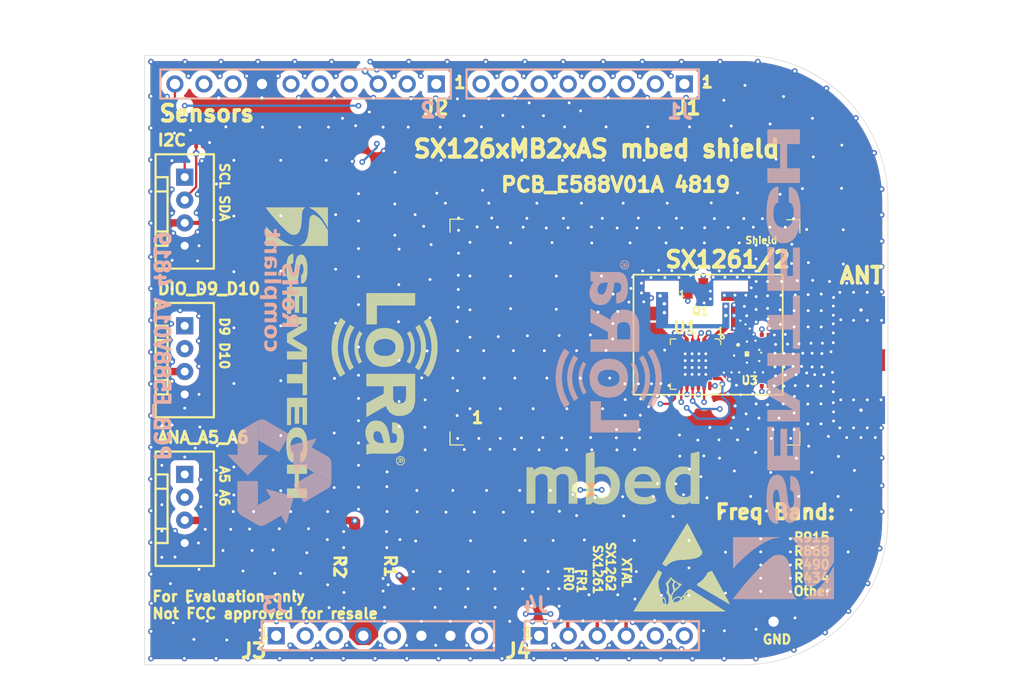
<source format=kicad_pcb>
(kicad_pcb (version 20240108) (generator "pcbnew") (generator_version "8.0")
  (layers (0 "F.Cu" signal "Top Layer") (1 "In1.Cu" signal "MidLayer1") (2 "In2.Cu" signal "MidLayer2") (31 "B.Cu" signal "Bottom Layer") (34 "B.Paste" user "Bottom Paste") (35 "F.Paste" user "Top Paste") (36 "B.SilkS" user "Bottom Overlay") (37 "F.SilkS" user "Top Overlay") (38 "B.Mask" user "Bottom Solder") (39 "F.Mask" user "Top Solder") (44 "Edge.Cuts" user))
  (property "CONFIGURATIONPARAMETERS" "")
  (property "CONFIGURATORNAME" "")
  (property "DOCUMENTNUMBER" "1")
  (property "ISUSERCONFIGURABLE" "")
  (property "SHEETTOTAL" "2")
  (property "VERSIONCONTROL_REVNUMBER" "")
  (net 0 "")
  (net 1 "NetU2_1")
  (net 2 "NetU2_3")
  (net 3 "NetU1_22")
  (net 4 "NetU1_21")
  (net 5 "NetL1_1")
  (net 6 "NetC16_2")
  (net 7 "I2C_SDA")
  (net 8 "I2C_SCL")
  (net 9 "D10")
  (net 10 "D9")
  (net 11 "A6")
  (net 12 "A5")
  (net 13 "OPT")
  (net 14 "VDD_MBED")
  (net 15 "GND")
  (net 16 "DIO2")
  (net 17 "DIO1")
  (net 18 "BUSY")
  (net 19 "NetL7_2")
  (net 20 "VDD_3V3")
  (net 21 "VDD_RADIO")
  (net 22 "MISO")
  (net 23 "MOSI")
  (net 24 "SCK")
  (net 25 "NetC8_1")
  (net 26 "NetC8_2")
  (net 27 "NetANT_1")
  (net 28 "SX_NRESET")
  (net 29 "NetC17_2")
  (net 30 "VR_PA")
  (net 31 "XTA")
  (net 32 "NetFR0_2")
  (net 33 "NetJ4_3")
  (net 34 "ANT_SW")
  (net 35 "NetC15_1")
  (net 36 "DIO3")
  (net 37 "NetC14_1")
  (net 38 "NSS")
  (net 39 "XTB")
  (footprint "SX1262MB2xAS_e499v01a.PcbLib:RLC_603_SMD" (layer "F.Cu") (at 136.7011 120.7036 180)
    (property "Reference" "C20")
    (property "Value" "Cap" (hide yes))
  )
  (footprint "SX126xMB2xAS_e588v01a.SchLib:RLC_201_SMD" (layer "F.Cu") (at 120.8011 86.2536)
    (property "Reference" "R5")
    (property "Value" "Resistor" (hide yes))
  )
  (footprint "SX126xMB2xAS_e588v01a.SchLib:RLC_201_SMD" (layer "F.Cu") (at 169.9761 103.1036 90)
    (property "Reference" "R4")
    (property "Value" "Resistor" (hide yes))
  )
  (footprint "SX126xMB2xAS_e588v01a.PcbLib:rlc_402_smd_small" (layer "F.Cu") (at 159.7761 100.9036 180)
    (property "Reference" "R18")
    (property "Value" "Resistor" (hide yes))
  )
  (footprint "SX126x_e383v01a.PcbLib:RLC_402_SMD" (layer "F.Cu") (at 171.1761 120.6286 180)
    (property "Reference" "R915")
    (property "Value" "Resistor" (hide yes))
  )
  (footprint "SX1262MB2xAS_e499v01a.PcbLib:RLC_402_SMD" (layer "F.Cu") (at 156.6761 126.0286 -90)
    (property "Reference" "SX1262")
    (property "Value" "Resistor" (hide yes))
  )
  (footprint "SX126xMB2xAS_e588v01a.SchLib:RLC_201_SMD" (layer "F.Cu") (at 170.5761 103.1036 90)
    (property "Reference" "C14")
    (property "Value" "Cap" (hide yes))
  )
  (footprint "SX126xMB2xAS_e588v01a.PcbLib:TSNP-6-2" (layer "F.Cu") (at 170.3761 105.0036)
    (property "Reference" "U2")
    (property "Value" "BGS12SN6 RF Switch" (hide yes))
  )
  (footprint "SX126xMB2xAS_e588v01a.SchLib:RLC_201_SMD" (layer "F.Cu") (at 168.5511 102.5536 -90)
    (property "Reference" "C2")
    (property "Value" "Cap" (hide yes))
  )
  (footprint "SX126x_e407v01a.PcbLib:SMA_end_launch_1.0mm_9.52mm" (layer "F.Cu") (at 178.6511 105.0036)
    (property "Reference" "ANT")
    (property "Value" "SMA" (hide yes))
  )
  (footprint "SX126xMB2xAS_e588v01a.PcbLib:rlc_201_smd" (layer "F.Cu") (at 174.8011 105.0036)
    (property "Reference" "L5")
    (property "Value" "Inductor" (hide yes))
  )
  (footprint "SX126xMB2xAS_e588v01a.PcbLib:rlc_201_smd" (layer "F.Cu") (at 167.9511 102.5536 -90)
    (property "Reference" "C1")
    (property "Value" "Cap" (hide yes))
  )
  (footprint "SX126xMB2xAS_e588v01a.SchLib:RLC_201_SMD" (layer "F.Cu") (at 171.5011 105.0036 180)
    (property "Reference" "C8")
    (property "Value" "Cap" (hide yes))
  )
  (footprint "SX1262MB2xAS_e499v01a.PcbLib:Logo ESD" (layer "F.Cu") (at 158.7761 126.9796)
    (property "Reference" "Logo ESD1" (hide yes))
    (property "Value" "Logo symbol" (hide yes))
  )
  (footprint "SX1262MB2xAS_e499v01a.PcbLib:1125S-4P_connector" (layer "F.Cu") (at 119.5011 102.0036 -90)
    (property "Reference" "DIO_D9_D10")
    (property "Value" "Header 4" (hide yes))
  )
  (footprint "SX126xMB2xAS_e588v01a.PcbLib:rlc_805_smd_small" (layer "F.Cu") (at 159.7511 103.6036 -90)
    (property "Reference" "L7")
    (property "Value" "Inductor" (hide yes))
  )
  (footprint "SX126x_e407v01a.PcbLib:RLC_402_SMD" (layer "F.Cu") (at 171.1761 122.9286 180)
    (property "Reference" "R490")
    (property "Value" "Resistor" (hide yes))
  )
  (footprint "SX126xMB2xAS_e588v01a.PcbLib:rlc_201_smd" (layer "F.Cu") (at 173.9011 105.3036 90)
    (property "Reference" "C9")
    (property "Value" "Cap" (hide yes))
  )
  (footprint "SX126xMB2xAS_e588v01a.PcbLib:IPD FILTER" (layer "F.Cu") (at 168.6761 104.8536 -90)
    (property "Reference" "U3")
    (property "Value" "0900FM15D0039" (hide yes))
  )
  (footprint "SX126xMB2xAS_e588v01a.SchLib:RLC_201_SMD" (layer "F.Cu") (at 136.5261 124.6536 180)
    (property "Reference" "C23")
    (property "Value" "Cap" (hide yes))
  )
  (footprint "SX126xMB2xAS_e588v01a.SchLib:RLC_402_SMD" (layer "F.Cu") (at 155.5811 126.0286 -90)
    (property "Reference" "SX1261")
    (property "Value" "Resistor" (hide yes))
  )
  (footprint "SX126xMB2xAS_e588v01a.SchLib:RLC_201_SMD" (layer "F.Cu") (at 170.5761 106.9536 -90)
    (property "Reference" "C15")
    (property "Value" "Cap" (hide yes))
  )
  (footprint "SX126xMB2xAS_e588v01a.SchLib:RLC_201_SMD" (layer "F.Cu") (at 169.9761 106.9536 -90)
    (property "Reference" "R3")
    (property "Value" "Resistor" (hide yes))
  )
  (footprint "SX1262_e428v03a.PcbLib:nd2016da" (layer "F.Cu") (at 164.1761 98.7286)
    (property "Reference" "Q1")
    (property "Value" "Xtal" (hide yes))
  )
  (footprint "SX126xMB2xAS_e588v01a.SchLib:RLC_603_SMD" (layer "F.Cu") (at 133.6011 124.6536)
    (property "Reference" "C22")
    (property "Value" "Cap" (hide yes))
  )
  (footprint "SX126xMB2xAS_e588v01a.PcbLib:rlc_402_smd_small" (layer "F.Cu") (at 167.2511 103.5536 90)
    (property "Reference" "L1")
    (property "Value" "Inductor" (hide yes))
  )
  (footprint "SX1262MB2xAS_e499v01a.PcbLib:RLC_402_SMD" (layer "F.Cu") (at 171.1761 125.2286 180)
    (property "Reference" "Other")
    (property "Value" "Resistor" (hide yes))
  )
  (footprint "SX126xMB2xAS_e588v01a.PcbLib:rlc_402_smd_small" (layer "F.Cu") (at 161.0261 101.6286 -90)
    (property "Reference" "L8")
    (property "Value" "Inductor" (hide yes))
  )
  (footprint "SX126xMB2xAS_e588v01a.SchLib:RLC_201_SMD" (layer "F.Cu") (at 120.8011 85.6286)
    (property "Reference" "R6")
    (property "Value" "Resistor" (hide yes))
  )
  (footprint "SX1262MB2xAS_e499v01a.PcbLib:BMIS-209-F - Shield" (layer "F.Cu") (at 172.7511 93.2786 180)
    (property "Reference" "Shield")
    (property "Value" "Logo symbol" (hide yes))
  )
  (footprint "SX1280_e325v01a.PcbLib:VQFN24_4X4MM" (layer "F.Cu") (at 164.1761 105.3536 -90)
    (property "Reference" "U1")
    (property "Value" "SX1261/2" (hide yes))
  )
  (footprint "SX1280_e325v01a.PcbLib:pin_0.9mm" (layer "F.Cu") (at 167.4511 121.8786 90)
    (property "Reference" "GND")
    (property "Value" "Test Pin" (hide yes))
  )
  (footprint "SX1262MB2xAS_e499v01a.PcbLib:RLC_603_SMD" (layer "F.Cu") (at 135.9511 122.6786 -90)
    (property "Reference" "R1")
    (property "Value" "Resistor" (hide yes))
  )
  (footprint "SX1262MB2xAS_e499v01a.PcbLib:RLC_402_SMD" (layer "F.Cu") (at 158.1011 126.0286 -90)
    (property "Reference" "XTAL")
    (property "Value" "Resistor" (hide yes))
  )
  (footprint "SX126xMB2xAS_e588v01a.PcbLib:rlc_402_smd_small" (layer "F.Cu") (at 167.2261 101.5536 180)
    (property "Reference" "C16")
    (property "Value" "Cap" (hide yes))
  )
  (footprint "SX1262MB2xAS_e499v01a.PcbLib:logo mbed 2" (layer "F.Cu") (at 149.4011 117.5536)
    (property "Reference" "Logo_mbed1" (hide yes))
    (property "Value" "Logo symbol" (hide yes))
  )
  (footprint "SX1262MB2xAS_e499v01a.PcbLib:RLC_402_SMD" (layer "F.Cu") (at 154.1121 126.0286 -90)
    (property "Reference" "FR1")
    (property "Value" "Resistor" (hide yes))
  )
  (footprint "SX1262MB2xAS_e499v01a.PcbLib:1125S-4P_connector" (layer "F.Cu") (at 119.5011 89.0036 -90)
    (property "Reference" "I2C")
    (property "Value" "Header 4" (hide yes))
  )
  (footprint "SX1262MB2xAS_e499v01a.PcbLib:RLC_603_SMD" (layer "F.Cu") (at 134.3511 122.6786 -90)
    (property "Reference" "R2")
    (property "Value" "Resistor" (hide yes))
  )
  (footprint "SX126x_e383v01a.PcbLib:RLC_402_SMD" (layer "F.Cu") (at 171.1761 124.0786)
    (property "Reference" "R434")
    (property "Value" "Resistor" (hide yes))
  )
  (footprint "SX1262MB2xAS_e499v01a.PcbLib:RLC_402_SMD" (layer "F.Cu") (at 153.0011 126.0286 -90)
    (property "Reference" "FR0")
    (property "Value" "Resistor" (hide yes))
  )
  (footprint "SX126xMB2xAS_e588v01a.PcbLib:rlc_201_smd" (layer "F.Cu") (at 175.7011 105.3036 90)
    (property "Reference" "C10")
    (property "Value" "Cap" (hide yes))
  )
  (footprint "SX1262MB2xAS_e499v01a.PcbLib:Logo LoRa Size4" (layer "F.Cu") (at 135.4011 99.1536 -90)
    (property "Reference" "Logo_LoRA_Top1" (hide yes))
    (property "Value" "Logo symbol" (hide yes))
  )
  (footprint "SX126xMB2xAS_e588v01a.PcbLib:rlc_402_smd_small" (layer "F.Cu") (at 161.0261 103.6036 90)
    (property "Reference" "C17")
    (property "Value" "Cap" (hide yes))
  )
  (footprint "SX126xMB2xAS_e588v01a.SchLib:RLC_201_SMD" (layer "F.Cu") (at 161.1511 106.2786 90)
    (property "Reference" "C18")
    (property "Value" "Cap" (hide yes))
  )
  (footprint "SX1262MB2xAS_e499v01a.PcbLib:RLC_603_SMD" (layer "F.Cu") (at 133.6011 120.7036)
    (property "Reference" "C21")
    (property "Value" "Cap" (hide yes))
  )
  (footprint "SX126x_e383v01a.PcbLib:RLC_402_SMD" (layer "F.Cu") (at 171.1761 121.7786)
    (property "Reference" "R868")
    (property "Value" "Resistor" (hide yes))
  )
  (footprint "SX1262MB2xAS_e499v01a.PcbLib:logo_semtech_horiz_size3" (layer "F.Cu") (at 126.6011 91.6536 -90)
    (property "Reference" "Logo Semtech_1" (hide yes))
    (property "Value" "Logo symbol" (hide yes))
  )
  (footprint "SX1262MB2xAS_e499v01a.PcbLib:1125S-4P_connector" (layer "F.Cu") (at 119.5011 115.0036 -90)
    (property "Reference" "ANA_A5_A6")
    (property "Value" "Header 4" (hide yes))
  )
  (footprint "SX1262MB2xAS_e499v01a.PcbLib:logo_semtech_horiz_size4" (layer "B.Cu") (at 167.4761 125.9036 90)
    (property "Reference" "Logo_Semtech1" (hide yes))
    (property "Value" "Logo symbol" (hide yes))
  )
  (footprint "SX1276_e311v01a.PcbLib:HDR1X8" (layer "B.Cu") (at 127.5011 129.1136)
    (property "Reference" "J3")
    (property "Value" "Header 8" (hide yes))
  )
  (footprint "SX1276_e311v01a.PcbLib:HDR1X8" (layer "B.Cu") (at 163.2011 80.8536 180)
    (property "Reference" "J1")
    (property "Value" "Header 8" (hide yes))
  )
  (footprint "SX1276_e311v01a.PcbLib:HDR1X10" (layer "B.Cu") (at 141.5011 80.8536 180)
    (property "Reference" "J2")
    (property "Value" "Header 10" (hide yes))
  )
  (footprint "SX1262MB2xAS_e499v01a.PcbLib:Logo LoRa Size4" (layer "B.Cu") (at 155.0011 111.3286 90)
    (property "Reference" "Logo Bot1" (hide yes))
    (property "Value" "Logo symbol" (hide yes))
  )
  (footprint "SX1276_e311v01a.PcbLib:HDR1X6" (layer "B.Cu") (at 150.5011 129.1136)
    (property "Reference" "J4")
    (property "Value" "Header 6" (hide yes))
  )
  (footprint "SX1262MB2xAS_e499v01a.PcbLib:Logo Recycling1" (layer "B.Cu") (at 124.1261 119.5536 90)
    (property "Reference" "Logo Recycling1" (hide yes))
    (property "Value" "Logo symbol" (hide yes))
  )
  (gr_poly (pts (xy 159.85111 100.32861) (xy 161.7761 100.3286) (xy 161.77609 101.5286) (xy 159.8511 101.52861)) (fill solid) (layer "F.Cu") (net 6))
  (gr_poly (pts (xy 170.8511 105.7036) (xy 170.8511 105.3286) (xy 171.0011 105.3286) (xy 171.0011 105.7036)) (fill solid) (layer "F.Cu") (net 15))
  (gr_poly (pts (xy 173.4511 105.2736) (xy 173.5761 105.2736) (xy 173.5761 105.3286) (xy 176.01309 105.3286) (xy 176.17612 105.49161) (xy 176.1761 105.7786) (xy 173.45109 105.7786)) (fill solid) (layer "F.Cu") (net 15))
  (gr_poly (pts (xy 167.5011 103.4536) (xy 167.9261 103.0286) (xy 168.7261 103.0286) (xy 168.7261 102.6286) (xy 167.7011 102.6286) (xy 167.02611 102.6286) (xy 166.7261 102.92861) (xy 166.72611 103.4536)) (fill solid) (layer "F.Cu") (net 30))
  (gr_poly (pts (xy 163.1011 104.2036) (xy 163.2261 104.0786) (xy 163.5761 104.0786) (xy 163.7011 104.2036) (xy 163.7011 104.2536) (xy 163.1011 104.2536)) (fill solid) (layer "F.Cu") (net 15))
  (gr_poly (pts (xy 175.5261 104.8286) (xy 176.0761 104.8286) (xy 176.6261 104.2786) (xy 177.1011 104.2786) (xy 177.1011 105.7286) (xy 176.6261 105.7286) (xy 176.07609 105.1786) (xy 175.5261 105.1786)) (fill solid) (layer "F.Cu") (net 27))
  (gr_poly (pts (xy 170.8511 104.3036) (xy 170.8511 104.6786) (xy 171.0511 104.6786) (xy 171.0511 104.3036)) (fill solid) (layer "F.Cu") (net 15))
  (gr_poly (pts (xy 136.6011 125.5036) (xy 136.6011 123.8036) (xy 137.0011 123.8036) (xy 137.0011 125.5036)) (fill solid) (layer "F.Cu") (net 15))
  (gr_poly (pts (xy 160.01409 107.15361) (xy 160.76409 106.4036) (xy 161.7261 106.40358) (xy 161.7261 106.7186) (xy 161.6911 106.7536) (xy 160.77609 106.7536) (xy 160.7011 106.82862) (xy 160.7011 107.1536)) (fill solid) (layer "F.Cu") (net 15))
  (gr_poly (pts (xy 133.7011 126.5536) (xy 133.7011 119.5036) (xy 132.8261 119.5036) (xy 132.8261 126.5536)) (fill solid) (layer "F.Cu") (net 15))
  (gr_poly (pts (xy 168.5261 105.8786) (xy 166.4511 105.8786) (xy 166.3761 105.9536) (xy 166.3761 106.0536) (xy 168.5261 106.0536)) (fill solid) (layer "F.Cu") (net 15))
  (gr_poly (pts (xy 166.87609 102.8536) (xy 167.5261 102.8536) (xy 167.5261 103.4286) (xy 166.85114 103.4286) (xy 166.7511 103.32862) (xy 166.75109 102.97861)) (fill solid) (layer "F.Cu") (net 30))
  (gr_poly (pts (xy 156.4261 124.7536) (xy 156.9261 124.7536) (xy 156.9261 125.8536) (xy 156.4261 125.8536)) (fill solid) (layer "F.Cu") (net 15))
  (gr_poly (pts (xy 164.77609 104.4536) (xy 164.7761 103.1036) (xy 165.07609 102.8036) (xy 165.0761 102.51359) (xy 165.2011 102.38859) (xy 165.4511 102.38859) (xy 165.57609 102.51359) (xy 165.5761 102.72859) (xy 165.4161 102.88859) (xy 165.29111 102.8886) (xy 165.12609 103.05361) (xy 165.12614 104.4536)) (fill solid) (layer "F.Cu") (net 15))
  (gr_poly (pts (xy 164.6511 104.2036) (xy 164.7761 104.0786) (xy 165.1261 104.0786) (xy 165.2511 104.2036) (xy 165.2511 104.2536) (xy 164.6511 104.2536)) (fill solid) (layer "F.Cu") (net 15))
  (gr_poly (pts (xy 165.3261 105.8036) (xy 165.4511 105.9286) (xy 165.4511 106.2786) (xy 165.3261 106.4036) (xy 165.2761 106.4036) (xy 165.2761 105.8036)) (fill solid) (layer "F.Cu") (net 15))
  (gr_poly (pts (xy 162.6261 105.0036) (xy 162.5511 104.9286) (xy 161.7011 104.9286) (xy 161.3511 104.5786) (xy 160.5761 104.5786) (xy 160.4261 104.4286) (xy 160.4261 103.7036) (xy 159.0761 103.7036) (xy 159.0761 105.2786) (xy 162.5511 105.2786) (xy 162.6261 105.2036)) (fill solid) (layer "F.Cu") (net 19))
  (gr_poly (pts (xy 165.27609 103.7286) (xy 165.2761 103.2536) (xy 166.52612 102.0036) (xy 166.52606 99.97869) (xy 167.12607 99.97857) (xy 167.12611 102.17858) (xy 165.57609 103.7286)) (fill solid) (layer "F.Cu") (net 6))
  (gr_poly (pts (xy 134.8511 122.40543) (xy 134.8511 118.97857) (xy 134.57606 118.7036) (xy 133.87797 118.70359) (xy 133.62609 118.9554) (xy 133.6261 119.18032) (xy 133.87797 119.43238) (xy 133.87799 122.40543)) (fill solid) (layer "F.Cu") (net 20))
  (gr_poly (pts (xy 158.7511 105.2286) (xy 159.0511 105.5286) (xy 158.75109 105.5286)) (fill solid) (layer "F.Cu") (net 21))
  (gr_poly (pts (xy 166.4511 104.1036) (xy 166.4511 103.95359) (xy 166.97609 103.4286) (xy 167.5261 103.4286) (xy 167.5261 102.8786) (xy 166.7761 102.8786) (xy 165.77609 103.87861) (xy 165.7761 103.9536) (xy 165.7511 103.9786) (xy 165.7511 104.1036)) (fill solid) (layer "F.Cu") (net 30))
  (gr_poly (pts (xy 162.1261 106.9036) (xy 162.1261 108.1786) (xy 161.9511 108.3536) (xy 161.6261 108.3536) (xy 161.6261 106.9036)) (fill solid) (layer "F.Cu") (net 15))
  (gr_poly (pts (xy 170.3011 104.8786) (xy 170.30109 105.1286) (xy 169.9861 105.1286) (xy 169.85107 105.26356) (xy 169.85111 105.3286) (xy 169.5761 105.32857) (xy 169.5761 104.87861)) (fill solid) (layer "F.Cu") (net 15))
  (gr_poly (pts (xy 167.7761 101.8286) (xy 168.1761 101.8286) (xy 168.1761 102.1786) (xy 167.7761 102.1786)) (fill solid) (layer "F.Cu") (net 15))
  (gr_poly (pts (xy 135.1511 108.7536) (xy 139.3011 104.6036) (xy 140.4761 104.6036) (xy 140.4761 105.7036) (xy 136.7261 109.4536) (xy 135.8511 109.4536)) (fill solid) (layer "F.Cu") (net 21))
  (gr_poly (pts (xy 135.1511 108.7489) (xy 136.7511 108.7489) (xy 136.7511 122.1286) (xy 136.47608 122.4036) (xy 135.1511 122.4036)) (fill solid) (layer "F.Cu") (net 21))
  (gr_poly (pts (xy 166.8261 106.6536) (xy 166.2761 106.1036) (xy 166.8261 106.1036)) (fill solid) (layer "F.Cu") (net 15))
  (gr_poly (pts (xy 163.00109 104.9036) (xy 162.8511 104.7536) (xy 162.8511 104.4536) (xy 163.00109 104.3036) (xy 163.0761 104.3036) (xy 163.0761 104.9036)) (fill solid) (layer "F.Cu") (net 15))
  (gr_poly (pts (xy 153.8761 125.8536) (xy 153.8761 124.7536) (xy 154.3761 124.7536) (xy 154.3761 125.8536)) (fill solid) (layer "F.Cu") (net 15))
  (gr_poly (pts (xy 165.0761 105.9036) (xy 167.0011 105.9036) (xy 167.0011 106.3036) (xy 165.0761 106.3036)) (fill solid) (layer "F.Cu") (net 15))
  (gr_poly (pts (xy 136.9011 121.6136) (xy 136.9011 119.7386) (xy 137.4511 119.73859) (xy 137.4511 121.6136)) (fill solid) (layer "F.Cu") (net 15))
  (gr_poly (pts (xy 160.6761 103.7036) (xy 160.6761 104.4286) (xy 161.4261 104.4286) (xy 161.7761 104.7786) (xy 163.2761 104.7786) (xy 163.2761 104.4036) (xy 161.9011 104.4036) (xy 161.7261 104.2286) (xy 161.72609 103.9786) (xy 161.4511 103.7036)) (fill solid) (layer "F.Cu") (net 15))
  (gr_poly (pts (xy 163.5761 103.1036) (xy 163.2761 102.8036) (xy 163.2761 102.5036) (xy 163.1511 102.3786) (xy 162.2511 102.3786) (xy 162.1011 102.5286) (xy 162.1011 102.7286) (xy 162.27609 102.9036) (xy 163.05109 102.9036) (xy 163.2261 103.0786) (xy 163.22611 104.4536) (xy 163.57612 104.4536)) (fill solid) (layer "F.Cu") (net 15))
  (gr_poly (pts (xy 160.7261 99.0536) (xy 160.7261 101.3286) (xy 161.7761 101.3286) (xy 161.77611 99.3786) (xy 161.4511 99.0536)) (fill solid) (layer "F.Cu") (net 6))
  (gr_poly (pts (xy 160.6511 106.2536) (xy 162.2761 106.2536) (xy 162.2761 105.9536) (xy 161.9761 105.9536) (xy 161.9261 105.9036) (xy 161.9261 105.8036) (xy 161.9761 105.7536) (xy 162.2761 105.7536) (xy 162.2761 105.4536) (xy 160.6511 105.4536)) (fill solid) (layer "F.Cu") (net 21))
  (gr_poly (pts (xy 167.47611 103.6786) (xy 167.92609 104.12859) (xy 167.9261 104.2286) (xy 167.1261 104.22861) (xy 167.12609 103.67857)) (fill solid) (layer "F.Cu") (net 5))
  (gr_poly (pts (xy 160.82625 102.0036) (xy 161.0761 102.0036) (xy 162.52609 103.4536) (xy 162.5261 104.1036) (xy 161.8761 104.1036) (xy 161.8761 103.8536) (xy 160.82503 102.80254)) (fill solid) (layer "F.Cu") (net 29))
  (gr_poly (pts (xy 134.5761 129.9286) (xy 135.67609 129.9286) (xy 136.4261 129.1786) (xy 136.4261 122.9536) (xy 133.87609 122.9536) (xy 133.87609 129.22859)) (fill solid) (layer "F.Cu") (net 14))
  (gr_poly (pts (xy 175.5261 104.8286) (xy 175.4511 104.9036) (xy 175.4511 105.1036) (xy 175.5261 105.1786) (xy 176.1261 105.1786) (xy 176.1261 104.8286)) (fill solid) (layer "F.Cu") (net 27))
  (gr_poly (pts (xy 167.27609 102.45359) (xy 167.2761 100.0536) (xy 167.8511 100.0536) (xy 167.85109 102.0786) (xy 169.2261 102.0786) (xy 169.2261 102.4536)) (fill solid) (layer "F.Cu") (net 15))
  (gr_poly (pts (xy 159.07611 103.5036) (xy 159.07608 102.05361) (xy 159.4011 101.7286) (xy 161.35109 101.7286) (xy 161.3511 102.6786) (xy 161.7261 103.0536) (xy 161.7261 103.5036)) (fill solid) (layer "F.Cu") (net 29))
  (gr_poly (pts (xy 139.3511 104.60361) (xy 156.52607 104.60361) (xy 157.35565 103.77406) (xy 157.35564 101.34906) (xy 158.37608 100.32861) (xy 159.7011 100.3286) (xy 159.7011 101.52859) (xy 159.30109 101.5286) (xy 158.85111 101.97861) (xy 158.8511 105.4536) (xy 160.8261 105.4536) (xy 160.8261 106.12768) (xy 160.30119 106.6536) (xy 157.35565 106.6536) (xy 156.83961 106.15274) (xy 139.3511 106.15275)) (fill solid) (layer "F.Cu") (net 21))
  (gr_poly (pts (xy 166.4261 99.0286) (xy 166.4261 99.8286) (xy 169.1011 99.8286) (xy 169.1011 99.0286)) (fill solid) (layer "F.Cu") (net 15))
  (gr_poly (pts (xy 176.1131 105.42861) (xy 176.40109 105.7166) (xy 176.4011 106.1036) (xy 176.5011 106.1036) (xy 176.5011 108.37839) (xy 176.00109 108.38256) (xy 176.0011 105.42861)) (fill solid) (layer "F.Cu") (net 15))
  (gr_poly (pts (xy 160.7261 99.0536) (xy 160.7261 102.2286) (xy 167.12611 102.2286) (xy 167.12609 99.9786) (xy 166.52609 99.9786) (xy 166.52611 101.8536) (xy 161.7761 101.8536) (xy 161.7761 99.0536)) (fill solid) (layer "B.Cu") (net 6))
  (gr_poly (pts (xy 162.7261 103.9536) (xy 162.7261 106.7536) (xy 165.6261 106.7536) (xy 165.6261 103.9536)) (fill solid) (layer "B.Cu") (net 15))
  (gr_line (start 158.7511 108.0286) (end 171.8011 108.0286) (stroke (width 0.15)) (layer "F.SilkS"))
  (gr_line (start 158.7511 108.0286) (end 158.7511 97.5286) (stroke (width 0.15)) (layer "F.SilkS"))
  (gr_line (start 158.7511 97.5286) (end 171.8011 97.5286) (stroke (width 0.15)) (layer "F.SilkS"))
  (gr_line (start 171.8011 104.4286) (end 171.8011 97.5286) (stroke (width 0.15)) (layer "F.SilkS"))
  (gr_line (start 171.8011 108.0286) (end 171.8011 105.5536) (stroke (width 0.15)) (layer "F.SilkS"))
  (gr_arc (start 181.0011 118.9536) (mid 177.281357 127.93386) (end 168.3011 131.6536) (stroke (width 0.05)) (layer "Edge.Cuts"))
  (gr_arc (start 168.3011 78.3536) (mid 177.28135 82.073347) (end 181.0011 91.0536) (stroke (width 0.05)) (layer "Edge.Cuts"))
  (gr_line (start 116.0011 131.6536) (end 168.3011 131.6536) (stroke (width 0.05)) (layer "Edge.Cuts"))
  (gr_line (start 168.3011 78.3536) (end 116.0011 78.3536) (stroke (width 0.05)) (layer "Edge.Cuts"))
  (gr_line (start 116.0011 78.3536) (end 116.0011 131.6536) (stroke (width 0.05)) (layer "Edge.Cuts"))
  (gr_line (start 181.0011 118.9536) (end 181.0011 91.0536) (stroke (width 0.05)) (layer "Edge.Cuts"))
  (gr_text "compliant" (at 126.24486 104.33359 270) (layer "B.SilkS") (effects (font (size 1.386 1.386) (thickness 0.4)) (justify left bottom mirror)))
  (gr_text "RoHS" (at 127.79486 102.28359 270) (layer "B.SilkS") (effects (font (size 1.386 1.386) (thickness 0.4)) (justify left bottom mirror)))
  (gr_text "PCB_E588V01A 4819" (at 116.7511 113.9536 270) (layer "B.SilkS") (effects (font (size 1.27 1.27) (thickness 0.4)) (justify left bottom mirror)))
  (gr_text "J3" (at 124.2511 131.1786 0) (layer "F.SilkS") (effects (font (size 1.27 1.27) (thickness 0.3)) (justify left bottom)))
  (gr_text "SX126xMB2xAS mbed shield" (at 139.3011 87.4036 360) (layer "F.SilkS") (effects (font (size 1.5 1.5) (thickness 0.45)) (justify left bottom)))
  (gr_text "PCB_E588V01A 4819" (at 147.0011 90.4036 360) (layer "F.SilkS") (effects (font (size 1.27 1.27) (thickness 0.4)) (justify left bottom)))
  (gr_text "1" (at 164.5511 81.2786 0) (layer "F.SilkS") (effects (font (size 1 1) (thickness 0.25)) (justify left bottom)))
  (gr_text "J1" (at 162.2261 83.6536 0) (layer "F.SilkS") (effects (font (size 1.27 1.27) (thickness 0.3)) (justify left bottom)))
  (gr_text "D9 D10" (at 122.5011 101.1536 270) (layer "F.SilkS") (effects (font (size 0.8 0.8) (thickness 0.3)) (justify left bottom)))
  (gr_text "Not FCC approved for resale" (at 116.5511 127.7036 360) (layer "F.SilkS") (effects (font (size 0.9 0.9) (thickness 0.3)) (justify left bottom)))
  (gr_text "1" (at 148.8511 129.4536 0) (layer "F.SilkS") (effects (font (size 1 1) (thickness 0.25)) (justify left bottom)))
  (gr_text "For Evaluation only" (at 116.5511 126.2036 360) (layer "F.SilkS") (effects (font (size 0.9 0.9) (thickness 0.3)) (justify left bottom)))
  (gr_text "A5 A6" (at 122.5011 114.1536 270) (layer "F.SilkS") (effects (font (size 0.8 0.8) (thickness 0.3)) (justify left bottom)))
  (gr_text "J2" (at 140.1761 83.6536 0) (layer "F.SilkS") (effects (font (size 1.27 1.27) (thickness 0.3)) (justify left bottom)))
  (gr_text "J4" (at 147.3761 131.1786 0) (layer "F.SilkS") (effects (font (size 1.27 1.27) (thickness 0.3)) (justify left bottom)))
  (gr_text "SX1261/2" (at 161.3511 97.0286 0) (layer "F.SilkS") (effects (font (size 1.4 1.4) (thickness 0.4)) (justify left bottom)))
  (gr_text "Freq Band:" (at 165.7511 119.0286 360) (layer "F.SilkS") (effects (font (size 1.27 1.27) (thickness 0.35)) (justify left bottom)))
  (gr_text "Sensors" (at 117.1011 84.2536 0) (layer "F.SilkS") (effects (font (size 1.4 1.4) (thickness 0.35)) (justify left bottom)))
  (gr_text "1" (at 125.7511 129.4536 0) (layer "F.SilkS") (effects (font (size 1 1) (thickness 0.25)) (justify left bottom)))
  (gr_text "SCL SDA" (at 122.5011 87.6536 270) (layer "F.SilkS") (effects (font (size 0.8 0.8) (thickness 0.3)) (justify left bottom)))
  (gr_text "1" (at 142.9261 81.3286 0) (layer "F.SilkS") (effects (font (size 1 1) (thickness 0.25)) (justify left bottom)))
  (segment (start 169.3261 104.6036) (end 170.1761 104.6036) (width 0.24) (layer "F.Cu") (net 1))
  (segment (start 169.9761 105.6036) (end 170.1761 105.4036) (width 0.24) (layer "F.Cu") (net 2))
  (segment (start 169.3261 105.6036) (end 169.9761 105.6036) (width 0.24) (layer "F.Cu") (net 2))
  (segment (start 166.0761 105.1036) (end 168.0261 105.1036) (width 0.25) (layer "F.Cu") (net 3))
  (segment (start 166.0511 105.6036) (end 168.0261 105.6036) (width 0.25) (layer "F.Cu") (net 4))
  (segment (start 166.0511 105.6036) (end 166.0511 105.6036) (width 0.25) (layer "F.Cu") (net 4))
  (segment (start 166.0761 104.6036) (end 166.0761 104.6036) (width 0.25) (layer "F.Cu") (net 5))
  (segment (start 166.6011 104.6036) (end 167.2511 103.9536) (width 0.25) (layer "F.Cu") (net 5))
  (segment (start 166.0761 104.6036) (end 166.0761 104.6036) (width 0.25) (layer "F.Cu") (net 5))
  (segment (start 166.0761 104.6036) (end 166.0761 104.6036) (width 0.25) (layer "F.Cu") (net 5))
  (segment (start 166.0761 104.6036) (end 166.6011 104.6036) (width 0.25) (layer "F.Cu") (net 5))
  (segment (start 167.2511 103.9536) (end 167.2511 103.9536) (width 0.25) (layer "F.Cu") (net 5))
  (via (at 161.4511 100.0786) (size 0.6) (drill 0.3) (layers "F.Cu" "B.Cu") (net 6))
  (via (at 161.0761 99.3786) (size 0.6) (drill 0.3) (layers "F.Cu" "B.Cu") (net 6))
  (via (at 166.8261 101.1036) (size 0.6) (drill 0.3) (layers "F.Cu" "B.Cu") (net 6))
  (via (at 161.4511 100.8536) (size 0.6) (drill 0.3) (layers "F.Cu" "B.Cu") (net 6))
  (via (at 166.8261 100.3036) (size 0.6) (drill 0.3) (layers "F.Cu" "B.Cu") (net 6))
  (segment (start 120.5011 89.85715) (end 120.5011 86.9286) (width 0.2) (layer "F.Cu") (net 7))
  (segment (start 119.5011 90.85715) (end 120.5011 89.85715) (width 0.2) (layer "F.Cu") (net 7))
  (segment (start 120.5011 86.9286) (end 120.5011 86.2536) (width 0.2) (layer "F.Cu") (net 7))
  (segment (start 119.5011 91.0036) (end 119.5011 90.85715) (width 0.2) (layer "F.Cu") (net 7))
  (via (at 120.5011 86.9286) (size 0.6) (drill 0.3) (layers "F.Cu" "B.Cu") (net 7))
  (segment (start 119.5011 85.6286) (end 119.5011 84.8036) (width 0.2) (layer "F.Cu") (net 8))
  (segment (start 119.5011 85.6286) (end 119.5011 85.6286) (width 0.2) (layer "F.Cu") (net 8))
  (segment (start 118.6511 83.9536) (end 119.5011 84.8036) (width 0.2) (layer "F.Cu") (net 8))
  (segment (start 119.5011 85.6286) (end 120.5011 85.6286) (width 0.2) (layer "F.Cu") (net 8))
  (segment (start 119.5011 89.0036) (end 119.5011 85.6286) (width 0.2) (layer "F.Cu") (net 8))
  (segment (start 118.6411 83.9536) (end 118.6411 80.8536) (width 0.2) (layer "F.Cu") (net 8))
  (via (at 135.2761 79.7286) (size 0.6) (drill 0.3) (layers "F.Cu" "B.Cu") (net 9))
  (segment (start 135.2861 79.7286) (end 136.4111 80.8536) (width 0.2) (layer "B.Cu") (net 9))
  (segment (start 136.4111 80.8536) (end 136.4211 80.8536) (width 0.2) (layer "B.Cu") (net 9))
  (segment (start 135.2761 79.7286) (end 135.2861 79.7286) (width 0.2) (layer "B.Cu") (net 9))
  (via (at 119.5011 82.7536) (size 0.5) (drill 0.25) (layers "F.Cu" "B.Cu") (net 10))
  (via (at 134.7011 82.7536) (size 0.5) (drill 0.25) (layers "F.Cu" "B.Cu") (net 10))
  (segment (start 119.5011 82.7536) (end 134.7011 82.7536) (width 0.2) (layer "B.Cu") (net 10))
  (segment (start 151.5011 127.2036) (end 151.5011 127.1786) (width 0.2) (layer "F.Cu") (net 12))
  (via (at 151.5011 127.2036) (size 0.5) (drill 0.25) (layers "F.Cu" "B.Cu") (net 12))
  (via (at 149.3261 127.2036) (size 0.5) (drill 0.25) (layers "F.Cu" "B.Cu") (net 12))
  (segment (start 149.3261 127.2036) (end 151.5011 127.2036) (width 0.2) (layer "B.Cu") (net 12))
  (segment (start 158.1011 129.0936) (end 158.1011 126.5786) (width 0.3) (layer "F.Cu") (net 13))
  (segment (start 158.1011 129.0936) (end 158.1211 129.1136) (width 0.3) (layer "F.Cu") (net 13))
  (segment (start 163.4261 104.50359) (end 163.4261 104.5036) (width 0.3) (layer "F.Cu") (net 15))
  (segment (start 165.0761 106.1536) (end 165.1261 106.1036) (width 0.3) (layer "F.Cu") (net 15))
  (via (at 149.4261 92.6036) (size 0.5) (drill 0.25) (layers "F.Cu" "B.Cu") (net 15))
  (via (at 162.1011 97.1786) (size 0.5) (drill 0.25) (layers "F.Cu" "B.Cu") (net 15))
  (via (at 163.2761 105.6536) (size 0.5) (drill 0.25) (layers "F.Cu" "B.Cu") (net 15))
  (via (at 149.9261 127.8786) (size 0.5) (drill 0.25) (layers "F.Cu" "B.Cu") (net 15))
  (via (at 180.2761 121.4786) (size 0.5) (drill 0.25) (layers "F.Cu" "B.Cu") (net 15))
  (via (at 166.2511 97.2036) (size 0.5) (drill 0.25) (layers "F.Cu" "B.Cu") (net 15))
  (via (at 126.2511 125.5036) (size 0.5) (drill 0.25) (layers "F.Cu" "B.Cu") (net 15))
  (via (at 161.5011 97.7786) (size 0.5) (drill 0.25) (layers "F.Cu" "B.Cu") (net 15))
  (via (at 132.0761 84.6286) (size 0.5) (drill 0.25) (layers "F.Cu" "B.Cu") (net 15))
  (via (at 148.2511 104.1786) (size 0.5) (drill 0.25) (layers "F.Cu" "B.Cu") (net 15))
  (via (at 137.9011 88.5786) (size 0.5) (drill 0.25) (layers "F.Cu" "B.Cu") (net 15))
  (via (at 144.4511 94.7036) (size 0.5) (drill 0.25) (layers "F.Cu" "B.Cu") (net 15))
  (via (at 158.3511 131.1036) (size 0.5) (drill 0.25) (layers "F.Cu" "B.Cu") (net 15))
  (via (at 159.4511 98.2786) (size 0.5) (drill 0.25) (layers "F.Cu" "B.Cu") (net 15))
  (via (at 163.6011 120.7786) (size 0.5) (drill 0.25) (layers "F.Cu" "B.Cu") (net 15))
  (via (at 156.2261 123.5036) (size 0.5) (drill 0.25) (layers "F.Cu" "B.Cu") (net 15))
  (via (at 141.5511 90.4036) (size 0.5) (drill 0.25) (layers "F.Cu" "B.Cu") (net 15))
  (via (at 132.6011 106.6036) (size 0.5) (drill 0.25) (layers "F.Cu" "B.Cu") (net 15))
  (via (at 169.4761 96.1536) (size 0.5) (drill 0.25) (layers "F.Cu" "B.Cu") (net 15))
  (via (at 116.5511 112.6286) (size 0.5) (drill 0.25) (layers "F.Cu" "B.Cu") (net 15))
  (via (at 159.1761 107.0786) (size 0.5) (drill 0.25) (layers "F.Cu" "B.Cu") (net 15))
  (via (at 117.9511 81.9536) (size 0.5) (drill 0.25) (layers "F.Cu" "B.Cu") (net 15))
  (via (at 173.4511 105.5536) (size 0.5) (drill 0.25) (layers "F.Cu" "B.Cu") (net 15))
  (via (at 144.4511 109.2536) (size 0.5) (drill 0.25) (layers "F.Cu" "B.Cu") (net 15))
  (via (at 156.9511 80.1536) (size 0.5) (drill 0.25) (layers "F.Cu" "B.Cu") (net 15))
  (via (at 172.9761 106.2786) (size 0.5) (drill 0.25) (layers "F.Cu" "B.Cu") (net 15))
  (via (at 166.3261 78.9036) (size 0.5) (drill 0.25) (layers "F.Cu" "B.Cu") (net 15))
  (via (at 174.0761 112.5286) (size 0.5) (drill 0.25) (layers "F.Cu" "B.Cu") (net 15))
  (via (at 119.1011 100.6536) (size 0.5) (drill 0.25) (layers "F.Cu" "B.Cu") (net 15))
  (via (at 119.4761 131.1036) (size 0.5) (drill 0.25) (layers "F.Cu" "B.Cu") (net 15))
  (via (at 117.5011 122.2536) (size 0.5) (drill 0.25) (layers "F.Cu" "B.Cu") (net 15))
  (via (at 134.7011 114.2036) (size 0.5) (drill 0.25) (layers "F.Cu" "B.Cu") (net 15))
  (via (at 163.8761 106.2536) (size 0.5) (drill 0.25) (layers "F.Cu" "B.Cu") (net 15))
  (via (at 136.3011 79.6036) (size 0.5) (drill 0.25) (layers "F.Cu" "B.Cu") (net 15))
  (via (at 171.5761 90.5036) (size 0.5) (drill 0.25) (layers "F.Cu" "B.Cu") (net 15))
  (via (at 150.5011 112.8536) (size 0.5) (drill 0.25) (layers "F.Cu" "B.Cu") (net 15))
  (via (at 156.6511 129.9536) (size 0.5) (drill 0.25) (layers "F.Cu" "B.Cu") (net 15))
  (via (at 163.9011 131.1036) (size 0.5) (drill 0.25) (layers "F.Cu" "B.Cu") (net 15))
  (via (at 120.7511 108.0036) (size 0.5) (drill 0.25) (layers "F.Cu" "B.Cu") (net 15))
  (via (at 169.4511 131.1036) (size 0.5) (drill 0.25) (layers "F.Cu" "B.Cu") (net 15))
  (via (at 174.0011 108.8536) (size 0.5) (drill 0.25) (layers "F.Cu" "B.Cu") (net 15))
  (via (at 171.9011 104.4036) (size 0.5) (drill 0.25) (layers "F.Cu" "B.Cu") (net 15))
  (via (at 161.2011 125.5786) (size 0.5) (drill 0.25) (layers "F.Cu" "B.Cu") (net 15))
  (via (at 149.4761 102.8786) (size 0.5) (drill 0.25) (layers "F.Cu" "B.Cu") (net 15))
  (via (at 118.6511 119.9286) (size 0.5) (drill 0.25) (layers "F.Cu" "B.Cu") (net 15))
  (via (at 144.4761 131.1036) (size 0.5) (drill 0.25) (layers "F.Cu" "B.Cu") (net 15))
  (via (at 123.8011 107.0536) (size 0.5) (drill 0.25) (layers "F.Cu" "B.Cu") (net 15))
  (via (at 175.2761 103.5286) (size 0.5) (drill 0.25) (layers "F.Cu" "B.Cu") (net 15))
  (via (at 178.6511 98.2786) (size 0.5) (drill 0.25) (layers "F.Cu" "B.Cu") (net 15))
  (via (at 167.9261 103.6036) (size 0.4) (drill 0.2) (layers "F.Cu" "B.Cu") (net 15))
  (via (at 169.2261 93.3786) (size 0.5) (drill 0.25) (layers "F.Cu" "B.Cu") (net 15))
  (via (at 138.9261 131.1036) (size 0.5) (drill 0.25) (layers "F.Cu" "B.Cu") (net 15))
  (via (at 125.0261 131.1036) (size 0.5) (drill 0.25) (layers "F.Cu" "B.Cu") (net 15))
  (via (at 171.9011 105.6036) (size 0.5) (drill 0.25) (layers "F.Cu" "B.Cu") (net 15))
  (via (at 175.1511 110.5786) (size 0.5) (drill 0.25) (layers "F.Cu" "B.Cu") (net 15))
  (via (at 138.2511 105.0286) (size 0.5) (drill 0.25) (layers "F.Cu" "B.Cu") (net 15))
  (via (at 136.8511 84.6286) (size 0.5) (drill 0.25) (layers "F.Cu" "B.Cu") (net 15))
  (via (at 152.8011 131.1036) (size 0.5) (drill 0.25) (layers "F.Cu" "B.Cu") (net 15))
  (via (at 127.2261 121.6036) (size 0.5) (drill 0.25) (layers "F.Cu" "B.Cu") (net 15))
  (via (at 143.5011 80.1536) (size 0.5) (drill 0.25) (layers "F.Cu" "B.Cu") (net 15))
  (via (at 159.3011 80.1536) (size 0.5) (drill 0.25) (layers "F.Cu" "B.Cu") (net 15))
  (via (at 117.5011 117.6536) (size 0.5) (drill 0.25) (layers "F.Cu" "B.Cu") (net 15))
  (via (at 116.5511 93.0286) (size 0.5) (drill 0.25) (layers "F.Cu" "B.Cu") (net 15))
  (via (at 129.6261 123.6536) (size 0.5) (drill 0.25) (layers "F.Cu" "B.Cu") (net 15))
  (via (at 178.6511 111.7786) (size 0.5) (drill 0.25) (layers "F.Cu" "B.Cu") (net 15))
  (via (at 179.2011 110.9286) (size 0.5) (drill 0.25) (layers "F.Cu" "B.Cu") (net 15))
  (via (at 154.8511 125.5286) (size 0.5) (drill 0.25) (layers "F.Cu" "B.Cu") (net 15))
  (via (at 175.4011 106.2786) (size 0.5) (drill 0.25) (layers "F.Cu" "B.Cu") (net 15))
  (via (at 161.8511 107.2286) (size 0.5) (drill 0.25) (layers "F.Cu" "B.Cu") (net 15))
  (via (at 169.4761 128.5536) (size 0.5) (drill 0.25) (layers "F.Cu" "B.Cu") (net 15))
  (via (at 132.0011 124.6536) (size 0.5) (drill 0.25) (layers "F.Cu" "B.Cu") (net 15))
  (via (at 171.4761 110.0786) (size 0.5) (drill 0.25) (layers "F.Cu" "B.Cu") (net 15))
  (via (at 151.1761 106.5786) (size 0.5) (drill 0.25) (layers "F.Cu" "B.Cu") (net 15))
  (via (at 160.8511 115.8036) (size 0.5) (drill 0.25) (layers "F.Cu" "B.Cu") (net 15))
  (via (at 155.0761 93.3536) (size 0.5) (drill 0.25) (layers "F.Cu" "B.Cu") (net 15))
  (via (at 169.7511 104.1036) (size 0.4) (drill 0.2) (layers "F.Cu" "B.Cu") (net 15))
  (via (at 132.7011 97.0536) (size 0.5) (drill 0.25) (layers "F.Cu" "B.Cu") (net 15))
  (via (at 156.9511 101.8036) (size 0.5) (drill 0.25) (layers "F.Cu" "B.Cu") (net 15))
  (via (at 121.4761 127.8286) (size 0.5) (drill 0.25) (layers "F.Cu" "B.Cu") (net 15))
  (via (at 132.7261 80.1536) (size 0.5) (drill 0.25) (layers "F.Cu" "B.Cu") (net 15))
  (via (at 132.5761 116.1536) (size 0.5) (drill 0.25) (layers "F.Cu" "B.Cu") (net 15))
  (via (at 136.9761 127.8536) (size 0.5) (drill 0.25) (layers "F.Cu" "B.Cu") (net 15))
  (via (at 163.8761 105.0536) (size 0.5) (drill 0.25) (layers "F.Cu" "B.Cu") (net 15))
  (via (at 172.8011 102.1036) (size 0.5) (drill 0.25) (layers "F.Cu" "B.Cu") (net 15))
  (via (at 154.9761 102.8036) (size 0.5) (drill 0.25) (layers "F.Cu" "B.Cu") (net 15))
  (via (at 165.0011 80.8786) (size 0.5) (drill 0.25) (layers "F.Cu" "B.Cu") (net 15))
  (via (at 164.3761 112.0036) (size 0.5) (drill 0.25) (layers "F.Cu" "B.Cu") (net 15))
  (via (at 146.9261 102.9536) (size 0.5) (drill 0.25) (layers "F.Cu" "B.Cu") (net 15))
  (via (at 177.1011 96.6036) (size 0.5) (drill 0.25) (layers "F.Cu" "B.Cu") (net 15))
  (via (at 134.7011 112.2536) (size 0.5) (drill 0.25) (layers "F.Cu" "B.Cu") (net 15))
  (via (at 168.6761 103.3786) (size 0.4) (drill 0.2) (layers "F.Cu" "B.Cu") (net 15))
  (via (at 173.9011 106.1286) (size 0.5) (drill 0.25) (layers "F.Cu" "B.Cu") (net 15))
  (via (at 148.0011 97.6536) (size 0.5) (drill 0.25) (layers "F.Cu" "B.Cu") (net 15))
  (via (at 122.8011 125.4536) (size 0.5) (drill 0.25) (layers "F.Cu" "B.Cu") (net 15))
  (via (at 154.3261 127.8036) (size 0.5) (drill 0.25) (layers "F.Cu" "B.Cu") (net 15))
  (via (at 170.4761 100.4786) (size 0.5) (drill 0.25) (layers "F.Cu" "B.Cu") (net 15))
  (via (at 159.5511 97.2036) (size 0.5) (drill 0.25) (layers "F.Cu" "B.Cu") (net 15))
  (via (at 142.9511 116.4036) (size 0.5) (drill 0.25) (layers "F.Cu" "B.Cu") (net 15))
  (via (at 172.8011 100.6786) (size 0.5) (drill 0.25) (layers "F.Cu" "B.Cu") (net 15))
  (via (at 178.0011 101.5286) (size 0.5) (drill 0.25) (layers "F.Cu" "B.Cu") (net 15))
  (via (at 149.2761 120.7786) (size 0.5) (drill 0.25) (layers "F.Cu" "B.Cu") (net 15))
  (via (at 164.9011 113.3786) (size 0.5) (drill 0.25) (layers "F.Cu" "B.Cu") (net 15))
  (via (at 149.2511 78.9036) (size 0.5) (drill 0.25) (layers "F.Cu" "B.Cu") (net 15))
  (via (at 176.8761 101.4786) (size 0.5) (drill 0.25) (layers "F.Cu" "B.Cu") (net 15))
  (via (at 117.9261 83.5786) (size 0.5) (drill 0.25) (layers "F.Cu" "B.Cu") (net 15))
  (via (at 149.2761 129.9536) (size 0.5) (drill 0.25) (layers "F.Cu" "B.Cu") (net 15))
  (via (at 150.9511 104.1786) (size 0.5) (drill 0.25) (layers "F.Cu" "B.Cu") (net 15))
  (via (at 143.4261 98.8286) (size 0.5) (drill 0.25) (layers "F.Cu" "B.Cu") (net 15))
  (via (at 145.3761 127.8536) (size 0.5) (drill 0.25) (layers "F.Cu" "B.Cu") (net 15))
  (via (at 142.3511 118.3036) (size 0.5) (drill 0.25) (layers "F.Cu" "B.Cu") (net 15))
  (via (at 169.4761 100.5786) (size 0.5) (drill 0.25) (layers "F.Cu" "B.Cu") (net 15))
  (via (at 118.3261 101.8286) (size 0.5) (drill 0.25) (layers "F.Cu" "B.Cu") (net 15))
  (via (at 168.4511 100.3036) (size 0.5) (drill 0.25) (layers "F.Cu" "B.Cu") (net 15))
  (via (at 140.5011 110.8786) (size 0.5) (drill 0.25) (layers "F.Cu" "B.Cu") (net 15))
  (via (at 116.5511 84.7036) (size 0.5) (drill 0.25) (layers "F.Cu" "B.Cu") (net 15))
  (via (at 143.9511 112.8286) (size 0.5) (drill 0.25) (layers "F.Cu" "B.Cu") (net 15))
  (via (at 157.8011 116.9536) (size 0.5) (drill 0.25) (layers "F.Cu" "B.Cu") (net 15))
  (via (at 141.9261 87.5286) (size 0.5) (drill 0.25) (layers "F.Cu" "B.Cu") (net 15))
  (via (at 143.3761 111.8536) (size 0.5) (drill 0.25) (layers "F.Cu" "B.Cu") (net 15))
  (via (at 172.4761 122.9286) (size 0.5) (drill 0.25) (layers "F.Cu" "B.Cu") (net 15))
  (via (at 171.8761 81.9536) (size 0.5) (drill 0.25) (layers "F.Cu" "B.Cu") (net 15))
  (via (at 163.2011 97.0286) (size 0.5) (drill 0.25) (layers "F.Cu" "B.Cu") (net 15))
  (via (at 145.6511 104.1786) (size 0.5) (drill 0.25) (layers "F.Cu" "B.Cu") (net 15))
  (via (at 167.8511 111.9786) (size 0.5) (drill 0.25) (layers "F.Cu" "B.Cu") (net 15))
  (via (at 147.1011 111.8536) (size 0.5) (drill 0.25) (layers "F.Cu" "B.Cu") (net 15))
  (via (at 172.4761 120.6286) (size 0.5) (drill 0.25) (layers "F.Cu" "B.Cu") (net 15))
  (via (at 146.8011 80.1536) (size 0.5) (drill 0.25) (layers "F.Cu" "B.Cu") (net 15))
  (via (at 156.6761 106.5786) (size 0.5) (drill 0.25) (layers "F.Cu" "B.Cu") (net 15))
  (via (at 118.4011 98.7536) (size 0.5) (drill 0.25) (layers "F.Cu" "B.Cu") (net 15))
  (via (at 118.4011 110.6786) (size 0.5) (drill 0.25) (layers "F.Cu" "B.Cu") (net 15))
  (via (at 151.6261 94.7286) (size 0.5) (drill 0.25) (layers "F.Cu" "B.Cu") (net 15))
  (via (at 153.4511 116.7536) (size 0.5) (drill 0.25) (layers "F.Cu" "B.Cu") (net 15))
  (via (at 170.0261 92.6286) (size 0.5) (drill 0.25) (layers "F.Cu" "B.Cu") (net 15))
  (via (at 176.8011 99.0786) (size 0.5) (drill 0.25) (layers "F.Cu" "B.Cu") (net 15))
  (via (at 142.3011 91.2786) (size 0.5) (drill 0.25) (layers "F.Cu" "B.Cu") (net 15))
  (via (at 141.4511 82.1036) (size 0.5) (drill 0.25) (layers "F.Cu" "B.Cu") (net 15))
  (via (at 151.3011 125.0036) (size 0.5) (drill 0.25) (layers "F.Cu" "B.Cu") (net 15))
  (via (at 137.1511 120.0036) (size 0.5) (drill 0.25) (layers "F.Cu" "B.Cu") (net 15))
  (via (at 164.4761 105.6536) (size 0.5) (drill 0.25) (layers "F.Cu" "B.Cu") (net 15))
  (via (at 141.8261 123.5036) (size 0.5) (drill 0.25) (layers "F.Cu" "B.Cu") (net 15))
  (via (at 165.1761 117.0536) (size 0.5) (drill 0.25) (layers "F.Cu" "B.Cu") (net 15))
  (via (at 167.0261 93.4036) (size 0.5) (drill 0.25) (layers "F.Cu" "B.Cu") (net 15))
  (via (at 135.7261 78.9036) (size 0.5) (drill 0.25) (layers "F.Cu" "B.Cu") (net 15))
  (via (at 146.8511 93.3786) (size 0.5) (drill 0.25) (layers "F.Cu" "B.Cu") (net 15))
  (via (at 167.3261 106.0786) (size 0.4) (drill 0.2) (layers "F.Cu" "B.Cu") (net 15))
  (via (at 122.3511 112.5036) (size 0.5) (drill 0.25) (layers "F.Cu" "B.Cu") (net 15))
  (via (at 153.7761 118.6036) (size 0.5) (drill 0.25) (layers "F.Cu" "B.Cu") (net 15))
  (via (at 180.4011 108.4786) (size 0.5) (drill 0.25) (layers "F.Cu" "B.Cu") (net 15))
  (via (at 169.8761 120.6286) (size 0.5) (drill 0.25) (layers "F.Cu" "B.Cu") (net 15))
  (via (at 164.2511 96.9536) (size 0.5) (drill 0.25) (layers "F.Cu" "B.Cu") (net 15))
  (via (at 140.4011 93.3036) (size 0.5) (drill 0.25) (layers "F.Cu" "B.Cu") (net 15))
  (via (at 162.3761 102.6286) (size 0.5) (drill 0.25) (layers "F.Cu" "B.Cu") (net 15))
  (via (at 163.0011 102.6286) (size 0.5) (drill 0.25) (layers "F.Cu" "B.Cu") (net 15))
  (via (at 163.6511 84.6036) (size 0.5) (drill 0.25) (layers "F.Cu" "B.Cu") (net 15))
  (via (at 150.0261 131.1036) (size 0.5) (drill 0.25) (layers "F.Cu" "B.Cu") (net 15))
  (via (at 167.8261 97.7536) (size 0.5) (drill 0.25) (layers "F.Cu" "B.Cu") (net 15))
  (via (at 161.0011 93.4286) (size 0.5) (drill 0.25) (layers "F.Cu" "B.Cu") (net 15))
  (via (at 146.1011 91.2786) (size 0.5) (drill 0.25) (layers "F.Cu" "B.Cu") (net 15))
  (via (at 134.7011 97.7036) (size 0.5) (drill 0.25) (layers "F.Cu" "B.Cu") (net 15))
  (via (at 180.4011 110.9286) (size 0.5) (drill 0.25) (layers "F.Cu" "B.Cu") (net 15))
  (via (at 136.6011 129.9536) (size 0.5) (drill 0.25) (layers "F.Cu" "B.Cu") (net 15))
  (via (at 133.4261 125.3286) (size 0.5) (drill 0.25) (layers "F.Cu" "B.Cu") (net 15))
  (via (at 175.1761 99.2286) (size 0.5) (drill 0.25) (layers "F.Cu" "B.Cu") (net 15))
  (via (at 178.0011 110.9286) (size 0.5) (drill 0.25) (layers "F.Cu" "B.Cu") (net 15))
  (via (at 149.0011 87.5286) (size 0.5) (drill 0.25) (layers "F.Cu" "B.Cu") (net 15))
  (via (at 172.5011 111.8536) (size 0.5) (drill 0.25) (layers "F.Cu" "B.Cu") (net 15))
  (via (at 120.7511 95.0036) (size 0.5) (drill 0.25) (layers "F.Cu" "B.Cu") (net 15))
  (via (at 134.7011 92.8286) (size 0.5) (drill 0.25) (layers "F.Cu" "B.Cu") (net 15))
  (via (at 123.8011 102.1786) (size 0.5) (drill 0.25) (layers "F.Cu" "B.Cu") (net 15))
  (via (at 176.8761 108.4786) (size 0.5) (drill 0.25) (layers "F.Cu" "B.Cu") (net 15))
  (via (at 134.1511 87.6286) (size 0.5) (drill 0.25) (layers "F.Cu" "B.Cu") (net 15))
  (via (at 176.2261 101.0786) (size 0.5) (drill 0.25) (layers "F.Cu" "B.Cu") (net 15))
  (via (at 172.8261 108.1786) (size 0.5) (drill 0.25) (layers "F.Cu" "B.Cu") (net 15))
  (via (at 129.1511 125.4536) (size 0.5) (drill 0.25) (layers "F.Cu" "B.Cu") (net 15))
  (via (at 169.8761 125.2286) (size 0.5) (drill 0.25) (layers "F.Cu" "B.Cu") (net 15))
  (via (at 151.8761 80.1536) (size 0.5) (drill 0.25) (layers "F.Cu" "B.Cu") (net 15))
  (via (at 168.1261 108.0286) (size 0.5) (drill 0.25) (layers "F.Cu" "B.Cu") (net 15))
  (via (at 123.8011 92.4036) (size 0.5) (drill 0.25) (layers "F.Cu" "B.Cu") (net 15))
  (via (at 120.8261 110.8536) (size 0.5) (drill 0.25) (layers "F.Cu" "B.Cu") (net 15))
  (via (at 172.4761 124.0786) (size 0.5) (drill 0.25) (layers "F.Cu" "B.Cu") (net 15))
  (via (at 139.0511 84.6286) (size 0.5) (drill 0.25) (layers "F.Cu" "B.Cu") (net 15))
  (via (at 137.8761 94.0786) (size 0.5) (drill 0.25) (layers "F.Cu" "B.Cu") (net 15))
  (via (at 154.1011 106.5786) (size 0.5) (drill 0.25) (layers "F.Cu" "B.Cu") (net 15))
  (via (at 145.4511 84.6036) (size 0.5) (drill 0.25) (layers "F.Cu" "B.Cu") (net 15))
  (via (at 124.9261 80.1536) (size 0.5) (drill 0.25) (layers "F.Cu" "B.Cu") (net 15))
  (via (at 120.7511 105.5536) (size 0.5) (drill 0.25) (layers "F.Cu" "B.Cu") (net 15))
  (via (at 146.3511 92.5786) (size 0.5) (drill 0.25) (layers "F.Cu" "B.Cu") (net 15))
  (via (at 173.9011 93.5786) (size 0.5) (drill 0.25) (layers "F.Cu" "B.Cu") (net 15))
  (via (at 177.5261 121.7786) (size 0.5) (drill 0.25) (layers "F.Cu" "B.Cu") (net 15))
  (via (at 164.4761 104.4536) (size 0.5) (drill 0.25) (layers "F.Cu" "B.Cu") (net 15))
  (via (at 176.2261 102.6286) (size 0.5) (drill 0.25) (layers "F.Cu" "B.Cu") (net 15))
  (via (at 172.8511 79.7286) (size 0.5) (drill 0.25) (layers "F.Cu" "B.Cu") (net 15))
  (via (at 180.4511 99.0286) (size 0.5) (drill 0.25) (layers "F.Cu" "B.Cu") (net 15))
  (via (at 160.9511 97.1536) (size 0.5) (drill 0.25) (layers "F.Cu" "B.Cu") (net 15))
  (via (at 117.5011 114.2036) (size 0.5) (drill 0.25) (layers "F.Cu" "B.Cu") (net 15))
  (via (at 148.0011 94.7536) (size 0.5) (drill 0.25) (layers "F.Cu" "B.Cu") (net 15))
  (via (at 180.4511 118.2536) (size 0.5) (drill 0.25) (layers "F.Cu" "B.Cu") (net 15))
  (via (at 146.1011 82.1536) (size 0.5) (drill 0.25) (layers "F.Cu" "B.Cu") (net 15))
  (via (at 123.1011 84.6036) (size 0.5) (drill 0.25) (layers "F.Cu" "B.Cu") (net 15))
  (via (at 123.8011 114.3536) (size 0.5) (drill 0.25) (layers "F.Cu" "B.Cu") (net 15))
  (via (at 169.4261 113.0786) (size 0.5) (drill 0.25) (layers "F.Cu" "B.Cu") (net 15))
  (via (at 156.3511 104.1536) (size 0.5) (drill 0.25) (layers "F.Cu" "B.Cu") (net 15))
  (via (at 120.4261 112.7036) (size 0.5) (drill 0.25) (layers "F.Cu" "B.Cu") (net 15))
  (via (at 120.6261 93.8036) (size 0.5) (drill 0.25) (layers "F.Cu" "B.Cu") (net 15))
  (via (at 151.0511 127.9036) (size 0.5) (drill 0.25) (layers "F.Cu" "B.Cu") (net 15))
  (via (at 175.1761 102.1036) (size 0.5) (drill 0.25) (layers "F.Cu" "B.Cu") (net 15))
  (via (at 138.3261 120.7036) (size 0.5) (drill 0.25) (layers "F.Cu" "B.Cu") (net 15))
  (via (at 157.3011 112.8536) (size 0.5) (drill 0.25) (layers "F.Cu" "B.Cu") (net 15))
  (via (at 176.9511 89.9786) (size 0.5) (drill 0.25) (layers "F.Cu" "B.Cu") (net 15))
  (via (at 166.6761 131.1036) (size 0.5) (drill 0.25) (layers "F.Cu" "B.Cu") (net 15))
  (via (at 175.1761 100.6786) (size 0.5) (drill 0.25) (layers "F.Cu" "B.Cu") (net 15))
  (via (at 152.0011 100.5536) (size 0.5) (drill 0.25) (layers "F.Cu" "B.Cu") (net 15))
  (via (at 138.2511 95.3036) (size 0.5) (drill 0.25) (layers "F.Cu" "B.Cu") (net 15))
  (via (at 145.0761 93.3536) (size 0.5) (drill 0.25) (layers "F.Cu" "B.Cu") (net 15))
  (via (at 158.4511 94.7536) (size 0.5) (drill 0.25) (layers "F.Cu" "B.Cu") (net 15))
  (via (at 134.4511 84.5036) (size 0.5) (drill 0.25) (layers "F.Cu" "B.Cu") (net 15))
  (via (at 169.0511 98.6786) (size 0.5) (drill 0.25) (layers "F.Cu" "B.Cu") (net 15))
  (via (at 123.1761 129.4786) (size 0.5) (drill 0.25) (layers "F.Cu" "B.Cu") (net 15))
  (via (at 175.2261 104.4286) (size 0.5) (drill 0.25) (layers "F.Cu" "B.Cu") (net 15))
  (via (at 123.8011 116.8036) (size 0.5) (drill 0.25) (layers "F.Cu" "B.Cu") (net 15))
  (via (at 171.6011 101.8786) (size 0.5) (drill 0.25) (layers "F.Cu" "B.Cu") (net 15))
  (via (at 141.8511 84.6286) (size 0.5) (drill 0.25) (layers "F.Cu" "B.Cu") (net 15))
  (via (at 125.5261 118.2536) (size 0.5) (drill 0.25) (layers "F.Cu" "B.Cu") (net 15))
  (via (at 147.2511 131.1036) (size 0.5) (drill 0.25) (layers "F.Cu" "B.Cu") (net 15))
  (via (at 134.7011 106.3286) (size 0.5) (drill 0.25) (layers "F.Cu" "B.Cu") (net 15))
  (via (at 155.6511 100.8036) (size 0.5) (drill 0.25) (layers "F.Cu" "B.Cu") (net 15))
  (via (at 159.6511 99.9036) (size 0.5) (drill 0.25) (layers "F.Cu" "B.Cu") (net 15))
  (via (at 161.6011 94.7536) (size 0.5) (drill 0.25) (layers "F.Cu" "B.Cu") (net 15))
  (via (at 134.7011 95.2536) (size 0.5) (drill 0.25) (layers "F.Cu" "B.Cu") (net 15))
  (via (at 122.2511 131.1036) (size 0.5) (drill 0.25) (layers "F.Cu" "B.Cu") (net 15))
  (via (at 166.4261 118.3786) (size 0.5) (drill 0.25) (layers "F.Cu" "B.Cu") (net 15))
  (via (at 163.2761 105.0536) (size 0.5) (drill 0.25) (layers "F.Cu" "B.Cu") (net 15))
  (via (at 144.3011 123.5036) (size 0.5) (drill 0.25) (layers "F.Cu" "B.Cu") (net 15))
  (via (at 127.9011 102.0036) (size 0.5) (drill 0.25) (layers "F.Cu" "B.Cu") (net 15))
  (via (at 175.2261 105.6036) (size 0.5) (drill 0.25) (layers "F.Cu" "B.Cu") (net 15))
  (via (at 161.8511 108.1036) (size 0.5) (drill 0.25) (layers "F.Cu" "B.Cu") (net 15))
  (via (at 168.4011 92.6286) (size 0.5) (drill 0.25) (layers "F.Cu" "B.Cu") (net 15))
  (via (at 141.0511 94.9036) (size 0.5) (drill 0.25) (layers "F.Cu" "B.Cu") (net 15))
  (via (at 172.4761 121.7786) (size 0.5) (drill 0.25) (layers "F.Cu" "B.Cu") (net 15))
  (via (at 172.8011 111.0786) (size 0.5) (drill 0.25) (layers "F.Cu" "B.Cu") (net 15))
  (via (at 155.0011 111.7786) (size 0.5) (drill 0.25) (layers "F.Cu" "B.Cu") (net 15))
  (via (at 127.9011 87.52816) (size 0.5) (drill 0.25) (layers "F.Cu" "B.Cu") (net 15))
  (via (at 118.6511 122.2286) (size 0.5) (drill 0.25) (layers "F.Cu" "B.Cu") (net 15))
  (via (at 162.5011 92.6036) (size 0.5) (drill 0.25) (layers "F.Cu" "B.Cu") (net 15))
  (via (at 176.6761 113.4286) (size 0.5) (drill 0.25) (layers "F.Cu" "B.Cu") (net 15))
  (via (at 163.2761 106.2536) (size 0.5) (drill 0.25) (layers "F.Cu" "B.Cu") (net 15))
  (via (at 130.1761 121.8536) (size 0.5) (drill 0.25) (layers "F.Cu" "B.Cu") (net 15))
  (via (at 147.3261 83.6036) (size 0.5) (drill 0.25) (layers "F.Cu" "B.Cu") (net 15))
  (via (at 169.4761 98.1286) (size 0.5) (drill 0.25) (layers "F.Cu" "B.Cu") (net 15))
  (via (at 126.3011 84.6286) (size 0.5) (drill 0.25) (layers "F.Cu" "B.Cu") (net 15))
  (via (at 147.9261 127.8536) (size 0.5) (drill 0.25) (layers "F.Cu" "B.Cu") (net 15))
  (via (at 153.0261 93.4286) (size 0.5) (drill 0.25) (layers "F.Cu" "B.Cu") (net 15))
  (via (at 122.8511 121.6536) (size 0.5) (drill 0.25) (layers "F.Cu" "B.Cu") (net 15))
  (via (at 118.3761 90.0786) (size 0.5) (drill 0.25) (layers "F.Cu" "B.Cu") (net 15))
  (via (at 167.6511 109.0036) (size 0.5) (drill 0.25) (layers "F.Cu" "B.Cu") (net 15))
  (via (at 177.1011 93.6036) (size 0.5) (drill 0.25) (layers "F.Cu" "B.Cu") (net 15))
  (via (at 157.2761 111.0786) (size 0.5) (drill 0.25) (layers "F.Cu" "B.Cu") (net 15))
  (via (at 123.5261 119.8036) (size 0.5) (drill 0.25) (layers "F.Cu" "B.Cu") (net 15))
  (via (at 180.4511 92.3036) (size 0.5) (drill 0.25) (layers "F.Cu" "B.Cu") (net 15))
  (via (at 157.2261 127.8036) (size 0.5) (drill 0.25) (layers "F.Cu" "B.Cu") (net 15))
  (via (at 162.9511 78.9036) (size 0.5) (drill 0.25) (layers "F.Cu" "B.Cu") (net 15))
  (via (at 146.2011 112.8036) (size 0.5) (drill 0.25) (layers "F.Cu" "B.Cu") (net 15))
  (via (at 152.9011 112.8536) (size 0.5) (drill 0.25) (layers "F.Cu" "B.Cu") (net 15))
  (via (at 152.5511 87.5286) (size 0.5) (drill 0.25) (layers "F.Cu" "B.Cu") (net 15))
  (via (at 173.0761 98.0536) (size 0.5) (drill 0.25) (layers "F.Cu" "B.Cu") (net 15))
  (via (at 139.9011 86.5786) (size 0.5) (drill 0.25) (layers "F.Cu" "B.Cu") (net 15))
  (via (at 121.0011 87.5786) (size 0.5) (drill 0.25) (layers "F.Cu" "B.Cu") (net 15))
  (via (at 119.5261 78.9036) (size 0.5) (drill 0.25) (layers "F.Cu" "B.Cu") (net 15))
  (via (at 119.8261 126.2036) (size 0.5) (drill 0.25) (layers "F.Cu" "B.Cu") (net 15))
  (via (at 168.5761 99.3286) (size 0.5) (drill 0.25) (layers "F.Cu" "B.Cu") (net 15))
  (via (at 170.5011 101.4036) (size 0.5) (drill 0.25) (layers "F.Cu" "B.Cu") (net 15))
  (via (at 172.0261 93.3786) (size 0.5) (drill 0.25) (layers "F.Cu" "B.Cu") (net 15))
  (via (at 128.7761 118.2536) (size 0.5) (drill 0.25) (layers "F.Cu" "B.Cu") (net 15))
  (via (at 157.3261 93.4536) (size 0.5) (drill 0.25) (layers "F.Cu" "B.Cu") (net 15))
  (via (at 137.1761 121.4036) (size 0.5) (drill 0.25) (layers "F.Cu" "B.Cu") (net 15))
  (via (at 164.9511 94.7536) (size 0.5) (drill 0.25) (layers "F.Cu" "B.Cu") (net 15))
  (via (at 151.4761 116.4036) (size 0.5) (drill 0.25) (layers "F.Cu" "B.Cu") (net 15))
  (via (at 131.9761 120.7036) (size 0.5) (drill 0.25) (layers "F.Cu" "B.Cu") (net 15))
  (via (at 157.8511 91.2786) (size 0.5) (drill 0.25) (layers "F.Cu" "B.Cu") (net 15))
  (via (at 166.2761 113.5786) (size 0.5) (drill 0.25) (layers "F.Cu" "B.Cu") (net 15))
  (via (at 143.3261 101.6286) (size 0.5) (drill 0.25) (layers "F.Cu" "B.Cu") (net 15))
  (via (at 156.9261 103.1536) (size 0.5) (drill 0.25) (layers "F.Cu" "B.Cu") (net 15))
  (via (at 156.0261 92.6036) (size 0.5) (drill 0.25) (layers "F.Cu" "B.Cu") (net 15))
  (via (at 174.4011 121.4036) (size 0.5) (drill 0.25) (layers "F.Cu" "B.Cu") (net 15))
  (via (at 133.4261 126.6786) (size 0.5) (drill 0.25) (layers "F.Cu" "B.Cu") (net 15))
  (via (at 151.8011 129.9536) (size 0.5) (drill 0.25) (layers "F.Cu" "B.Cu") (net 15))
  (via (at 174.0511 96.4786) (size 0.5) (drill 0.25) (layers "F.Cu" "B.Cu") (net 15))
  (via (at 169.7261 110.0786) (size 0.5) (drill 0.25) (layers "F.Cu" "B.Cu") (net 15))
  (via (at 130.0011 80.1536) (size 0.5) (drill 0.25) (layers "F.Cu" "B.Cu") (net 15))
  (via (at 152.5011 90.1536) (size 0.5) (drill 0.25) (layers "F.Cu" "B.Cu") (net 15))
  (via (at 120.7011 121.0036) (size 0.5) (drill 0.25) (layers "F.Cu" "B.Cu") (net 15))
  (via (at 116.5511 87.4786) (size 0.5) (drill 0.25) (layers "F.Cu" "B.Cu") (net 15))
  (via (at 145.9011 116.4036) (size 0.5) (drill 0.25) (layers "F.Cu" "B.Cu") (net 15))
  (via (at 169.8761 122.9286) (size 0.5) (drill 0.25) (layers "F.Cu" "B.Cu") (net 15))
  (via (at 142.7261 127.8536) (size 0.5) (drill 0.25) (layers "F.Cu" "B.Cu") (net 15))
  (via (at 163.7011 90.1536) (size 0.5) (drill 0.25) (layers "F.Cu" "B.Cu") (net 15))
  (via (at 158.8511 112.8286) (size 0.5) (drill 0.25) (layers "F.Cu" "B.Cu") (net 15))
  (via (at 159.2761 111.8036) (size 0.5) (drill 0.25) (layers "F.Cu" "B.Cu") (net 15))
  (via (at 137.1761 116.0786) (size 0.5) (drill 0.25) (layers "F.Cu" "B.Cu") (net 15))
  (via (at 176.8011 110.9286) (size 0.5) (drill 0.25) (layers "F.Cu" "B.Cu") (net 15))
  (via (at 175.1511 108.8286) (size 0.5) (drill 0.25) (layers "F.Cu" "B.Cu") (net 15))
  (via (at 151.2761 123.5036) (size 0.5) (drill 0.25) (layers "F.Cu" "B.Cu") (net 15))
  (via (at 169.4261 103.3036) (size 0.4) (drill 0.2) (layers "F.Cu" "B.Cu") (net 15))
  (via (at 147.3761 118.3036) (size 0.5) (drill 0.25) (layers "F.Cu" "B.Cu") (net 15))
  (via (at 170.4761 108.9036) (size 0.5) (drill 0.25) (layers "F.Cu" "B.Cu") (net 15))
  (via (at 118.5011 93.9036) (size 0.5) (drill 0.25) (layers "F.Cu" "B.Cu") (net 15))
  (via (at 173.2261 103.5786) (size 0.5) (drill 0.25) (layers "F.Cu" "B.Cu") (net 15))
  (via (at 137.2011 118.2536) (size 0.5) (drill 0.25) (layers "F.Cu" "B.Cu") (net 15))
  (via (at 127.9011 116.4286) (size 0.5) (drill 0.25) (layers "F.Cu" "B.Cu") (net 15))
  (via (at 136.9011 86.7036) (size 0.5) (drill 0.25) (layers "F.Cu" "B.Cu") (net 15))
  (via (at 142.9511 106.5786) (size 0.5) (drill 0.25) (layers "F.Cu" "B.Cu") (net 15))
  (via (at 140.7011 104.2036) (size 0.5) (drill 0.25) (layers "F.Cu" "B.Cu") (net 15))
  (via (at 117.5011 110.7536) (size 0.5) (drill 0.25) (layers "F.Cu" "B.Cu") (net 15))
  (via (at 149.0511 125.0036) (size 0.5) (drill 0.25) (layers "F.Cu" "B.Cu") (net 15))
  (via (at 159.0511 93.4536) (size 0.5) (drill 0.25) (layers "F.Cu" "B.Cu") (net 15))
  (via (at 170.3761 118.2036) (size 0.5) (drill 0.25) (layers "F.Cu" "B.Cu") (net 15))
  (via (at 136.8511 124.1036) (size 0.5) (drill 0.25) (layers "F.Cu" "B.Cu") (net 15))
  (via (at 167.5011 110.0286) (size 0.5) (drill 0.25) (layers "F.Cu" "B.Cu") (net 15))
  (via (at 176.9761 86.2036) (size 0.5) (drill 0.25) (layers "F.Cu" "B.Cu") (net 15))
  (via (at 168.0011 106.0786) (size 0.4) (drill 0.2) (layers "F.Cu" "B.Cu") (net 15))
  (via (at 176.2511 110.3286) (size 0.5) (drill 0.25) (layers "F.Cu" "B.Cu") (net 15))
  (via (at 159.7761 90.1536) (size 0.5) (drill 0.25) (layers "F.Cu" "B.Cu") (net 15))
  (via (at 143.3761 104.1786) (size 0.5) (drill 0.25) (layers "F.Cu" "B.Cu") (net 15))
  (via (at 149.9761 109.2536) (size 0.5) (drill 0.25) (layers "F.Cu" "B.Cu") (net 15))
  (via (at 143.3511 82.1536) (size 0.5) (drill 0.25) (layers "F.Cu" "B.Cu") (net 15))
  (via (at 165.0761 105.0536) (size 0.5) (drill 0.25) (layers "F.Cu" "B.Cu") (net 15))
  (via (at 116.5511 123.7286) (size 0.5) (drill 0.25) (layers "F.Cu" "B.Cu") (net 15))
  (via (at 120.6261 90.5036) (size 0.5) (drill 0.25) (layers "F.Cu" "B.Cu") (net 15))
  (via (at 130.1511 127.8536) (size 0.5) (drill 0.25) (layers "F.Cu" "B.Cu") (net 15))
  (via (at 162.7261 97.7786) (size 0.5) (drill 0.25) (layers "F.Cu" "B.Cu") (net 15))
  (via (at 173.5511 104.4036) (size 0.5) (drill 0.25) (layers "F.Cu" "B.Cu") (net 15))
  (via (at 167.6261 99.3286) (size 0.5) (drill 0.25) (layers "F.Cu" "B.Cu") (net 15))
  (via (at 164.9761 93.4286) (size 0.5) (drill 0.25) (layers "F.Cu" "B.Cu") (net 15))
  (via (at 137.8011 80.1536) (size 0.5) (drill 0.25) (layers "F.Cu" "B.Cu") (net 15))
  (via (at 149.1011 93.3786) (size 0.5) (drill 0.25) (layers "F.Cu" "B.Cu") (net 15))
  (via (at 165.8261 92.6286) (size 0.5) (drill 0.25) (layers "F.Cu" "B.Cu") (net 15))
  (via (at 159.6761 87.5286) (size 0.5) (drill 0.25) (layers "F.Cu" "B.Cu") (net 15))
  (via (at 160.3261 107.0786) (size 0.5) (drill 0.25) (layers "F.Cu" "B.Cu") (net 15))
  (via (at 156.0511 109.2536) (size 0.5) (drill 0.25) (layers "F.Cu" "B.Cu") (net 15))
  (via (at 145.8261 78.9036) (size 0.5) (drill 0.25) (layers "F.Cu" "B.Cu") (net 15))
  (via (at 164.8761 128.6786) (size 0.5) (drill 0.25) (layers "F.Cu" "B.Cu") (net 15))
  (via (at 152.6261 92.6036) (size 0.5) (drill 0.25) (layers "F.Cu" "B.Cu") (net 15))
  (via (at 173.2011 116.9286) (size 0.5) (drill 0.25) (layers "F.Cu" "B.Cu") (net 15))
  (via (at 174.3511 114.8286) (size 0.5) (drill 0.25) (layers "F.Cu" "B.Cu") (net 15))
  (via (at 123.8011 111.9286) (size 0.5) (drill 0.25) (layers "F.Cu" "B.Cu") (net 15))
  (via (at 123.8011 87.52816) (size 0.5) (drill 0.25) (layers "F.Cu" "B.Cu") (net 15))
  (via (at 125.9011 78.9036) (size 0.5) (drill 0.25) (layers "F.Cu" "B.Cu") (net 15))
  (via (at 154.2011 91.2786) (size 0.5) (drill 0.25) (layers "F.Cu" "B.Cu") (net 15))
  (via (at 166.7511 97.7536) (size 0.5) (drill 0.25) (layers "F.Cu" "B.Cu") (net 15))
  (via (at 174.3761 104.4036) (size 0.5) (drill 0.25) (layers "F.Cu" "B.Cu") (net 15))
  (via (at 165.0761 106.2536) (size 0.5) (drill 0.25) (layers "F.Cu" "B.Cu") (net 15))
  (via (at 127.7761 119.7536) (size 0.5) (drill 0.25) (layers "F.Cu" "B.Cu") (net 15))
  (via (at 119.5011 113.4786) (size 0.5) (drill 0.25) (layers "F.Cu" "B.Cu") (net 15))
  (via (at 116.5511 128.7286) (size 0.5) (drill 0.25) (layers "F.Cu" "B.Cu") (net 15))
  (via (at 179.2261 124.5286) (size 0.5) (drill 0.25) (layers "F.Cu" "B.Cu") (net 15))
  (via (at 171.0511 107.2536) (size 0.5) (drill 0.25) (layers "F.Cu" "B.Cu") (net 15))
  (via (at 116.5511 101.5286) (size 0.5) (drill 0.25) (layers "F.Cu" "B.Cu") (net 15))
  (via (at 162.9761 93.4536) (size 0.5) (drill 0.25) (layers "F.Cu" "B.Cu") (net 15))
  (via (at 158.8261 120.7786) (size 0.5) (drill 0.25) (layers "F.Cu" "B.Cu") (net 15))
  (via (at 172.8011 109.6286) (size 0.5) (drill 0.25) (layers "F.Cu" "B.Cu") (net 15))
  (via (at 176.2511 109.5286) (size 0.5) (drill 0.25) (layers "F.Cu" "B.Cu") (net 15))
  (via (at 174.0261 102.1036) (size 0.5) (drill 0.25) (layers "F.Cu" "B.Cu") (net 15))
  (via (at 153.1261 82.5036) (size 0.5) (drill 0.25) (layers "F.Cu" "B.Cu") (net 15))
  (via (at 146.6511 126.6286) (size 0.5) (drill 0.25) (layers "F.Cu" "B.Cu") (net 15))
  (via (at 176.2261 101.8286) (size 0.5) (drill 0.25) (layers "F.Cu" "B.Cu") (net 15))
  (via (at 120.6261 96.3286) (size 0.5) (drill 0.25) (layers "F.Cu" "B.Cu") (net 15))
  (via (at 172.5761 96.5536) (size 0.5) (drill 0.25) (layers "F.Cu" "B.Cu") (net 15))
  (via (at 121.3011 119.8036) (size 0.5) (drill 0.25) (layers "F.Cu" "B.Cu") (net 15))
  (via (at 159.0011 123.5036) (size 0.5) (drill 0.25) (layers "F.Cu" "B.Cu") (net 15))
  (via (at 174.3761 105.6036) (size 0.5) (drill 0.25) (layers "F.Cu" "B.Cu") (net 15))
  (via (at 167.3011 84.5286) (size 0.5) (drill 0.25) (layers "F.Cu" "B.Cu") (net 15))
  (via (at 123.8011 97.2786) (size 0.5) (drill 0.25) (layers "F.Cu" "B.Cu") (net 15))
  (via (at 170.4761 99.3786) (size 0.5) (drill 0.25) (layers "F.Cu" "B.Cu") (net 15))
  (via (at 129.1261 78.9036) (size 0.5) (drill 0.25) (layers "F.Cu" "B.Cu") (net 15))
  (via (at 169.0011 116.9286) (size 0.5) (drill 0.25) (layers "F.Cu" "B.Cu") (net 15))
  (via (at 154.1261 125.0036) (size 0.5) (drill 0.25) (layers "F.Cu" "B.Cu") (net 15))
  (via (at 169.4761 94.9536) (size 0.5) (drill 0.25) (layers "F.Cu" "B.Cu") (net 15))
  (via (at 149.8511 126.4786) (size 0.5) (drill 0.25) (layers "F.Cu" "B.Cu") (net 15))
  (via (at 123.7511 118.2536) (size 0.5) (drill 0.25) (layers "F.Cu" "B.Cu") (net 15))
  (via (at 175.5011 128.8286) (size 0.5) (drill 0.25) (layers "F.Cu" "B.Cu") (net 15))
  (via (at 120.9761 98.8036) (size 0.5) (drill 0.25) (layers "F.Cu" "B.Cu") (net 15))
  (via (at 116.5511 95.9786) (size 0.5) (drill 0.25) (layers "F.Cu" "B.Cu") (net 15))
  (via (at 171.6511 99.3286) (size 0.5) (drill 0.25) (layers "F.Cu" "B.Cu") (net 15))
  (via (at 137.8761 91.3536) (size 0.5) (drill 0.25) (layers "F.Cu" "B.Cu") (net 15))
  (via (at 116.5511 107.0786) (size 0.5) (drill 0.25) (layers "F.Cu" "B.Cu") (net 15))
  (via (at 156.1261 87.5286) (size 0.5) (drill 0.25) (layers "F.Cu" "B.Cu") (net 15))
  (via (at 158.6761 127.9286) (size 0.5) (drill 0.25) (layers "F.Cu" "B.Cu") (net 15))
  (via (at 176.2261 107.7786) (size 0.5) (drill 0.25) (layers "F.Cu" "B.Cu") (net 15))
  (via (at 122.0011 92.7536) (size 0.5) (drill 0.25) (layers "F.Cu" "B.Cu") (net 15))
  (via (at 131.1511 129.9536) (size 0.5) (drill 0.25) (layers "F.Cu" "B.Cu") (net 15))
  (via (at 157.3761 125.5286) (size 0.5) (drill 0.25) (layers "F.Cu" "B.Cu") (net 15))
  (via (at 172.2261 103.6036) (size 0.5) (drill 0.25) (layers "F.Cu" "B.Cu") (net 15))
  (via (at 158.8761 125.9036) (size 0.5) (drill 0.25) (layers "F.Cu" "B.Cu") (net 15))
  (via (at 144.0511 126.6036) (size 0.5) (drill 0.25) (layers "F.Cu" "B.Cu") (net 15))
  (via (at 163.6011 125.5786) (size 0.5) (drill 0.25) (layers "F.Cu" "B.Cu") (net 15))
  (via (at 122.4761 82.0536) (size 0.5) (drill 0.25) (layers "F.Cu" "B.Cu") (net 15))
  (via (at 144.8261 118.3036) (size 0.5) (drill 0.25) (layers "F.Cu" "B.Cu") (net 15))
  (via (at 136.8511 125.2036) (size 0.5) (drill 0.25) (layers "F.Cu" "B.Cu") (net 15))
  (via (at 174.4011 83.8536) (size 0.5) (drill 0.25) (layers "F.Cu" "B.Cu") (net 15))
  (via (at 148.4011 82.1286) (size 0.5) (drill 0.25) (layers "F.Cu" "B.Cu") (net 15))
  (via (at 132.1261 126.6536) (size 0.5) (drill 0.25) (layers "F.Cu" "B.Cu") (net 15))
  (via (at 173.0011 113.5786) (size 0.5) (drill 0.25) (layers "F.Cu" "B.Cu") (net 15))
  (via (at 120.5261 92.1286) (size 0.5) (drill 0.25) (layers "F.Cu" "B.Cu") (net 15))
  (via (at 116.5511 90.2536) (size 0.5) (drill 0.25) (layers "F.Cu" "B.Cu") (net 15))
  (via (at 170.4761 94.9536) (size 0.5) (drill 0.25) (layers "F.Cu" "B.Cu") (net 15))
  (via (at 170.4761 98.1286) (size 0.5) (drill 0.25) (layers "F.Cu" "B.Cu") (net 15))
  (via (at 127.9011 92.3786) (size 0.5) (drill 0.25) (layers "F.Cu" "B.Cu") (net 15))
  (via (at 172.9011 99.3036) (size 0.5) (drill 0.25) (layers "F.Cu" "B.Cu") (net 15))
  (via (at 136.9761 126.6286) (size 0.5) (drill 0.25) (layers "F.Cu" "B.Cu") (net 15))
  (via (at 165.0761 105.6536) (size 0.5) (drill 0.25) (layers "F.Cu" "B.Cu") (net 15))
  (via (at 170.6761 93.3786) (size 0.5) (drill 0.25) (layers "F.Cu" "B.Cu") (net 15))
  (via (at 165.3511 96.9786) (size 0.5) (drill 0.25) (layers "F.Cu" "B.Cu") (net 15))
  (via (at 178.0011 99.0786) (size 0.5) (drill 0.25) (layers "F.Cu" "B.Cu") (net 15))
  (via (at 167.5511 104.6036) (size 0.4) (drill 0.2) (layers "F.Cu" "B.Cu") (net 15))
  (via (at 122.6761 78.9036) (size 0.5) (drill 0.25) (layers "F.Cu" "B.Cu") (net 15))
  (via (at 145.7011 106.5786) (size 0.5) (drill 0.25) (layers "F.Cu" "B.Cu") (net 15))
  (via (at 143.4511 95.6536) (size 0.5) (drill 0.25) (layers "F.Cu" "B.Cu") (net 15))
  (via (at 159.2761 111.0786) (size 0.5) (drill 0.25) (layers "F.Cu" "B.Cu") (net 15))
  (via (at 125.4011 121.6536) (size 0.5) (drill 0.25) (layers "F.Cu" "B.Cu") (net 15))
  (via (at 148.8011 116.4036) (size 0.5) (drill 0.25) (layers "F.Cu" "B.Cu") (net 15))
  (via (at 120.9261 115.4536) (size 0.5) (drill 0.25) (layers "F.Cu" "B.Cu") (net 15))
  (via (at 170.4761 96.5786) (size 0.5) (drill 0.25) (layers "F.Cu" "B.Cu") (net 15))
  (via (at 179.2011 108.4786) (size 0.5) (drill 0.25) (layers "F.Cu" "B.Cu") (net 15))
  (via (at 167.5511 101.1036) (size 0.5) (drill 0.25) (layers "F.Cu" "B.Cu") (net 15))
  (via (at 158.6761 97.7536) (size 0.5) (drill 0.25) (layers "F.Cu" "B.Cu") (net 15))
  (via (at 148.9511 111.8036) (size 0.5) (drill 0.25) (layers "F.Cu" "B.Cu") (net 15))
  (via (at 133.6761 129.9536) (size 0.5) (drill 0.25) (layers "F.Cu" "B.Cu") (net 15))
  (via (at 138.2511 108.6286) (size 0.5) (drill 0.25) (layers "F.Cu" "B.Cu") (net 15))
  (via (at 143.4511 93.6536) (size 0.5) (drill 0.25) (layers "F.Cu" "B.Cu") (net 15))
  (via (at 160.5011 116.9536) (size 0.5) (drill 0.25) (layers "F.Cu" "B.Cu") (net 15))
  (via (at 153.7261 123.5036) (size 0.5) (drill 0.25) (layers "F.Cu" "B.Cu") (net 15))
  (via (at 116.5511 120.9536) (size 0.5) (drill 0.25) (layers "F.Cu" "B.Cu") (net 15))
  (via (at 133.3011 83.8536) (size 0.5) (drill 0.25) (layers "F.Cu" "B.Cu") (net 15))
  (via (at 167.5511 100.1786) (size 0.5) (drill 0.25) (layers "F.Cu" "B.Cu") (net 15))
  (via (at 137.2011 114.7786) (size 0.5) (drill 0.25) (layers "F.Cu" "B.Cu") (net 15))
  (via (at 161.7011 91.2786) (size 0.5) (drill 0.25) (layers "F.Cu" "B.Cu") (net 15))
  (via (at 174.0261 99.2786) (size 0.5) (drill 0.25) (layers "F.Cu" "B.Cu") (net 15))
  (via (at 159.5261 78.9036) (size 0.5) (drill 0.25) (layers "F.Cu" "B.Cu") (net 15))
  (via (at 166.8011 125.3786) (size 0.5) (drill 0.25) (layers "F.Cu" "B.Cu") (net 15))
  (via (at 134.7011 100.1536) (size 0.5) (drill 0.25) (layers "F.Cu" "B.Cu") (net 15))
  (via (at 140.9511 97.9536) (size 0.5) (drill 0.25) (layers "F.Cu" "B.Cu") (net 15))
  (via (at 127.9011 111.6036) (size 0.5) (drill 0.25) (layers "F.Cu" "B.Cu") (net 15))
  (via (at 141.7011 131.1036) (size 0.5) (drill 0.25) (layers "F.Cu" "B.Cu") (net 15))
  (via (at 152.4761 111.8036) (size 0.5) (drill 0.25) (layers "F.Cu" "B.Cu") (net 15))
  (via (at 156.1761 127.8036) (size 0.5) (drill 0.25) (layers "F.Cu" "B.Cu") (net 15))
  (via (at 177.4011 111.7786) (size 0.5) (drill 0.25) (layers "F.Cu" "B.Cu") (net 15))
  (via (at 139.8011 116.4036) (size 0.5) (drill 0.25) (layers "F.Cu" "B.Cu") (net 15))
  (via (at 133.4511 122.6786) (size 0.5) (drill 0.25) (layers "F.Cu" "B.Cu") (net 15))
  (via (at 166.7011 128.6786) (size 0.5) (drill 0.25) (layers "F.Cu" "B.Cu") (net 15))
  (via (at 165.4761 98.9786) (size 0.5) (drill 0.25) (layers "F.Cu" "B.Cu") (net 15))
  (via (at 161.4761 104.1286) (size 0.5) (drill 0.25) (layers "F.Cu" "B.Cu") (net 15))
  (via (at 120.7261 103.3286) (size 0.5) (drill 0.25) (layers "F.Cu" "B.Cu") (net 15))
  (via (at 172.7761 130.3536) (size 0.5) (drill 0.25) (layers "F.Cu" "B.Cu") (net 15))
  (via (at 163.7511 97.6036) (size 0.5) (drill 0.25) (layers "F.Cu" "B.Cu") (net 15))
  (via (at 168.7511 111.0536) (size 0.5) (drill 0.25) (layers "F.Cu" "B.Cu") (net 15))
  (via (at 134.7011 118.0536) (size 0.5) (drill 0.25) (layers "F.Cu" "B.Cu") (net 15))
  (via (at 157.2511 111.8036) (size 0.5) (drill 0.25) (layers "F.Cu" "B.Cu") (net 15))
  (via (at 122.2761 116.8036) (size 0.5) (drill 0.25) (layers "F.Cu" "B.Cu") (net 15))
  (via (at 171.8511 108.8286) (size 0.5) (drill 0.25) (layers "F.Cu" "B.Cu") (net 15))
  (via (at 174.2761 103.5286) (size 0.5) (drill 0.25) (layers "F.Cu" "B.Cu") (net 15))
  (via (at 167.8511 90.3786) (size 0.5) (drill 0.25) (layers "F.Cu" "B.Cu") (net 15))
  (via (at 161.9011 129.6286) (size 0.5) (drill 0.25) (layers "F.Cu" "B.Cu") (net 15))
  (via (at 169.2511 102.7536) (size 0.4) (drill 0.2) (layers "F.Cu" "B.Cu") (net 15))
  (via (at 139.5011 125.0036) (size 0.5) (drill 0.25) (layers "F.Cu" "B.Cu") (net 15))
  (via (at 164.4761 106.2536) (size 0.5) (drill 0.25) (layers "F.Cu" "B.Cu") (net 15))
  (via (at 169.8761 124.0786) (size 0.5) (drill 0.25) (layers "F.Cu" "B.Cu") (net 15))
  (via (at 168.3261 97.1786) (size 0.5) (drill 0.25) (layers "F.Cu" "B.Cu") (net 15))
  (via (at 179.2011 99.0786) (size 0.5) (drill 0.25) (layers "F.Cu" "B.Cu") (net 15))
  (via (at 132.7011 101.7786) (size 0.5) (drill 0.25) (layers "F.Cu" "B.Cu") (net 15))
  (via (at 137.3011 124.6536) (size 0.5) (drill 0.25) (layers "F.Cu" "B.Cu") (net 15))
  (via (at 144.1511 129.9536) (size 0.5) (drill 0.25) (layers "F.Cu" "B.Cu") (net 15))
  (via (at 165.0761 104.4536) (size 0.5) (drill 0.25) (layers "F.Cu" "B.Cu") (net 15))
  (via (at 162.7761 111.5536) (size 0.5) (drill 0.25) (layers "F.Cu" "B.Cu") (net 15))
  (via (at 180.4511 96.8286) (size 0.5) (drill 0.25) (layers "F.Cu" "B.Cu") (net 15))
  (via (at 149.0761 84.6036) (size 0.5) (drill 0.25) (layers "F.Cu" "B.Cu") (net 15))
  (via (at 174.0011 110.5786) (size 0.5) (drill 0.25) (layers "F.Cu" "B.Cu") (net 15))
  (via (at 151.1261 93.4536) (size 0.5) (drill 0.25) (layers "F.Cu" "B.Cu") (net 15))
  (via (at 170.9511 111.0786) (size 0.5) (drill 0.25) (layers "F.Cu" "B.Cu") (net 15))
  (via (at 162.0261 80.1536) (size 0.5) (drill 0.25) (layers "F.Cu" "B.Cu") (net 15))
  (via (at 117.5011 119.9536) (size 0.5) (drill 0.25) (layers "F.Cu" "B.Cu") (net 15))
  (via (at 156.3511 84.6036) (size 0.5) (drill 0.25) (layers "F.Cu" "B.Cu") (net 15))
  (via (at 142.4511 78.9036) (size 0.5) (drill 0.25) (layers "F.Cu" "B.Cu") (net 15))
  (via (at 147.1011 109.2536) (size 0.5) (drill 0.25) (layers "F.Cu" "B.Cu") (net 15))
  (via (at 160.8261 108.1036) (size 0.5) (drill 0.25) (layers "F.Cu" "B.Cu") (net 15))
  (via (at 180.4511 115.9786) (size 0.5) (drill 0.25) (layers "F.Cu" "B.Cu") (net 15))
  (via (at 122.2761 89.6036) (size 0.5) (drill 0.25) (layers "F.Cu" "B.Cu") (net 15))
  (via (at 159.9511 82.0536) (size 0.5) (drill 0.25) (layers "F.Cu" "B.Cu") (net 15))
  (via (at 158.5261 98.7286) (size 0.5) (drill 0.25) (layers "F.Cu" "B.Cu") (net 15))
  (via (at 120.9261 117.8286) (size 0.5) (drill 0.25) (layers "F.Cu" "B.Cu") (net 15))
  (via (at 168.6761 105.2286) (size 0.4) (drill 0.2) (layers "F.Cu" "B.Cu") (net 15))
  (via (at 175.6261 81.2286) (size 0.5) (drill 0.25) (layers "F.Cu" "B.Cu") (net 15))
  (via (at 161.1261 131.1036) (size 0.5) (drill 0.25) (layers "F.Cu" "B.Cu") (net 15))
  (via (at 126.2011 129.9036) (size 0.5) (drill 0.25) (layers "F.Cu" "B.Cu") (net 15))
  (via (at 155.5761 131.1036) (size 0.5) (drill 0.25) (layers "F.Cu" "B.Cu") (net 15))
  (via (at 134.7011 110.3036) (size 0.5) (drill 0.25) (layers "F.Cu" "B.Cu") (net 15))
  (via (at 149.1511 80.1536) (size 0.5) (drill 0.25) (layers "F.Cu" "B.Cu") (net 15))
  (via (at 138.2011 101.6536) (size 0.5) (drill 0.25) (layers "F.Cu" "B.Cu") (net 15))
  (via (at 159.4761 129.9536) (size 0.5) (drill 0.25) (layers "F.Cu" "B.Cu") (net 15))
  (via (at 118.3761 92.1536) (size 0.5) (drill 0.25) (layers "F.Cu" "B.Cu") (net 15))
  (via (at 116.5511 115.4036) (size 0.5) (drill 0.25) (layers "F.Cu" "B.Cu") (net 15))
  (via (at 128.7261 129.9536) (size 0.5) (drill 0.25) (layers "F.Cu" "B.Cu") (net 15))
  (via (at 138.2511 110.8036) (size 0.5) (drill 0.25) (layers "F.Cu" "B.Cu") (net 15))
  (via (at 133.3761 131.1036) (size 0.5) (drill 0.25) (layers "F.Cu" "B.Cu") (net 15))
  (via (at 165.4261 110.9036) (size 0.5) (drill 0.25) (layers "F.Cu" "B.Cu") (net 15))
  (via (at 132.7011 92.2786) (size 0.5) (drill 0.25) (layers "F.Cu" "B.Cu") (net 15))
  (via (at 180.4511 90.0536) (size 0.5) (drill 0.25) (layers "F.Cu" "B.Cu") (net 15))
  (via (at 127.6511 80.1536) (size 0.5) (drill 0.25) (layers "F.Cu" "B.Cu") (net 15))
  (via (at 126.0761 128.6286) (size 0.5) (drill 0.25) (layers "F.Cu" "B.Cu") (net 15))
  (via (at 140.9511 101.3036) (size 0.5) (drill 0.25) (layers "F.Cu" "B.Cu") (net 15))
  (via (at 150.8761 83.6286) (size 0.5) (drill 0.25) (layers "F.Cu" "B.Cu") (net 15))
  (via (at 119.8261 80.1536) (size 0.5) (drill 0.25) (layers "F.Cu" "B.Cu") (net 15))
  (via (at 159.3761 108.4036) (size 0.5) (drill 0.25) (layers "F.Cu" "B.Cu") (net 15))
  (via (at 172.6011 94.8786) (size 0.5) (drill 0.25) (layers "F.Cu" "B.Cu") (net 15))
  (via (at 144.4511 103.0036) (size 0.5) (drill 0.25) (layers "F.Cu" "B.Cu") (net 15))
  (via (at 166.8011 121.8036) (size 0.5) (drill 0.25) (layers "F.Cu" "B.Cu") (net 15))
  (via (at 118.6011 85.1536) (size 0.5) (drill 0.25) (layers "F.Cu" "B.Cu") (net 15))
  (via (at 167.5761 114.7036) (size 0.5) (drill 0.25) (layers "F.Cu" "B.Cu") (net 15))
  (via (at 116.5511 118.1786) (size 0.5) (drill 0.25) (layers "F.Cu" "B.Cu") (net 15))
  (via (at 163.6511 114.5536) (size 0.5) (drill 0.25) (layers "F.Cu" "B.Cu") (net 15))
  (via (at 132.3511 78.9036) (size 0.5) (drill 0.25) (layers "F.Cu" "B.Cu") (net 15))
  (via (at 179.2011 101.5286) (size 0.5) (drill 0.25) (layers "F.Cu" "B.Cu") (net 15))
  (via (at 164.6511 115.2036) (size 0.5) (drill 0.25) (layers "F.Cu" "B.Cu") (net 15))
  (via (at 135.6511 83.3036) (size 0.5) (drill 0.25) (layers "F.Cu" "B.Cu") (net 15))
  (via (at 140.1511 80.1536) (size 0.5) (drill 0.25) (layers "F.Cu" "B.Cu") (net 15))
  (via (at 162.4511 115.8286) (size 0.5) (drill 0.25) (layers "F.Cu" "B.Cu") (net 15))
  (via (at 155.9511 97.6536) (size 0.5) (drill 0.25) (layers "F.Cu" "B.Cu") (net 15))
  (via (at 139.7011 120.8286) (size 0.5) (drill 0.25) (layers "F.Cu" "B.Cu") (net 15))
  (via (at 146.6511 125.0036) (size 0.5) (drill 0.25) (layers "F.Cu" "B.Cu") (net 15))
  (via (at 174.0261 100.6786) (size 0.5) (drill 0.25) (layers "F.Cu" "B.Cu") (net 15))
  (via (at 175.8011 111.6786) (size 0.5) (drill 0.25) (layers "F.Cu" "B.Cu") (net 15))
  (via (at 152.2511 102.8536) (size 0.5) (drill 0.25) (layers "F.Cu" "B.Cu") (net 15))
  (via (at 160.2761 97.7786) (size 0.5) (drill 0.25) (layers "F.Cu" "B.Cu") (net 15))
  (via (at 167.3011 110.9536) (size 0.5) (drill 0.25) (layers "F.Cu" "B.Cu") (net 15))
  (via (at 171.7011 98.1286) (size 0.5) (drill 0.25) (layers "F.Cu" "B.Cu") (net 15))
  (via (at 165.5511 91.2536) (size 0.5) (drill 0.25) (layers "F.Cu" "B.Cu") (net 15))
  (via (at 158.0011 107.0786) (size 0.5) (drill 0.25) (layers "F.Cu" "B.Cu") (net 15))
  (via (at 180.4511 113.5536) (size 0.5) (drill 0.25) (layers "F.Cu" "B.Cu") (net 15))
  (via (at 170.6511 102.2286) (size 0.5) (drill 0.25) (layers "F.Cu" "B.Cu") (net 15))
  (via (at 176.2261 100.2786) (size 0.5) (drill 0.25) (layers "F.Cu" "B.Cu") (net 15))
  (via (at 160.3011 99.5786) (size 0.5) (drill 0.25) (layers "F.Cu" "B.Cu") (net 15))
  (via (at 141.4511 129.9536) (size 0.5) (drill 0.25) (layers "F.Cu" "B.Cu") (net 15))
  (via (at 139.6511 92.2786) (size 0.5) (drill 0.25) (layers "F.Cu" "B.Cu") (net 15))
  (via (at 160.0761 109.0786) (size 0.5) (drill 0.25) (layers "F.Cu" "B.Cu") (net 15))
  (via (at 144.5011 120.8036) (size 0.5) (drill 0.25) (layers "F.Cu" "B.Cu") (net 15))
  (via (at 148.3761 106.5786) (size 0.5) (drill 0.25) (layers "F.Cu" "B.Cu") (net 15))
  (via (at 141.8511 125.0036) (size 0.5) (drill 0.25) (layers "F.Cu" "B.Cu") (net 15))
  (via (at 174.4261 98.0286) (size 0.5) (drill 0.25) (layers "F.Cu" "B.Cu") (net 15))
  (via (at 116.5511 109.8536) (size 0.5) (drill 0.25) (layers "F.Cu" "B.Cu") (net 15))
  (via (at 139.1011 78.9036) (size 0.5) (drill 0.25) (layers "F.Cu" "B.Cu") (net 15))
  (via (at 140.2261 106.5536) (size 0.5) (drill 0.25) (layers "F.Cu" "B.Cu") (net 15))
  (via (at 163.1261 116.7786) (size 0.5) (drill 0.25) (layers "F.Cu" "B.Cu") (net 15))
  (via (at 153.7761 104.1786) (size 0.5) (drill 0.25) (layers "F.Cu" "B.Cu") (net 15))
  (via (at 118.5011 127.9786) (size 0.5) (drill 0.25) (layers "F.Cu" "B.Cu") (net 15))
  (via (at 154.2261 80.1536) (size 0.5) (drill 0.25) (layers "F.Cu" "B.Cu") (net 15))
  (via (at 169.4761 99.4536) (size 0.5) (drill 0.25) (layers "F.Cu" "B.Cu") (net 15))
  (via (at 173.5261 90.0036) (size 0.5) (drill 0.25) (layers "F.Cu" "B.Cu") (net 15))
  (via (at 157.3761 100.7536) (size 0.5) (drill 0.25) (layers "F.Cu" "B.Cu") (net 15))
  (via (at 176.2511 99.5286) (size 0.5) (drill 0.25) (layers "F.Cu" "B.Cu") (net 15))
  (via (at 171.1261 105.6036) (size 0.5) (drill 0.25) (layers "F.Cu" "B.Cu") (net 15))
  (via (at 116.5511 81.9286) (size 0.5) (drill 0.25) (layers "F.Cu" "B.Cu") (net 15))
  (via (at 165.7261 97.7536) (size 0.5) (drill 0.25) (layers "F.Cu" "B.Cu") (net 15))
  (via (at 167.5511 102.2286) (size 0.4) (drill 0.2) (layers "F.Cu" "B.Cu") (net 15))
  (via (at 143.3261 109.8536) (size 0.5) (drill 0.25) (layers "F.Cu" "B.Cu") (net 15))
  (via (at 171.2261 87.4286) (size 0.5) (drill 0.25) (layers "F.Cu" "B.Cu") (net 15))
  (via (at 133.4011 127.8286) (size 0.5) (drill 0.25) (layers "F.Cu" "B.Cu") (net 15))
  (via (at 145.4761 87.5286) (size 0.5) (drill 0.25) (layers "F.Cu" "B.Cu") (net 15))
  (via (at 163.8761 104.4536) (size 0.5) (drill 0.25) (layers "F.Cu" "B.Cu") (net 15))
  (via (at 152.9261 109.2536) (size 0.5) (drill 0.25) (layers "F.Cu" "B.Cu") (net 15))
  (via (at 129.4761 82.0536) (size 0.5) (drill 0.25) (layers "F.Cu" "B.Cu") (net 15))
  (via (at 139.3011 82.1536) (size 0.5) (drill 0.25) (layers "F.Cu" "B.Cu") (net 15))
  (via (at 130.6011 131.1036) (size 0.5) (drill 0.25) (layers "F.Cu" "B.Cu") (net 15))
  (via (at 163.2511 87.5286) (size 0.5) (drill 0.25) (layers "F.Cu" "B.Cu") (net 15))
  (via (at 170.8011 111.8536) (size 0.5) (drill 0.25) (layers "F.Cu" "B.Cu") (net 15))
  (via (at 163.2761 104.4536) (size 0.5) (drill 0.25) (layers "F.Cu" "B.Cu") (net 15))
  (via (at 172.7011 105.5536) (size 0.5) (drill 0.25) (layers "F.Cu" "B.Cu") (net 15))
  (via (at 160.6011 127.7786) (size 0.5) (drill 0.25) (layers "F.Cu" "B.Cu") (net 15))
  (via (at 136.1511 131.1036) (size 0.5) (drill 0.25) (layers "F.Cu" "B.Cu") (net 15))
  (via (at 133.4011 121.4036) (size 0.5) (drill 0.25) (layers "F.Cu" "B.Cu") (net 15))
  (via (at 161.1511 107.0536) (size 0.5) (drill 0.25) (layers "F.Cu" "B.Cu") (net 15))
  (via (at 180.4511 101.5286) (size 0.5) (drill 0.25) (layers "F.Cu" "B.Cu") (net 15))
  (via (at 170.7011 84.3536) (size 0.5) (drill 0.25) (layers "F.Cu" "B.Cu") (net 15))
  (via (at 140.5261 108.4786) (size 0.5) (drill 0.25) (layers "F.Cu" "B.Cu") (net 15))
  (via (at 174.4761 87.2286) (size 0.5) (drill 0.25) (layers "F.Cu" "B.Cu") (net 15))
  (via (at 162.8011 113.4036) (size 0.5) (drill 0.25) (layers "F.Cu" "B.Cu") (net 15))
  (via (at 176.2261 108.7286) (size 0.5) (drill 0.25) (layers "F.Cu" "B.Cu") (net 15))
  (via (at 165.3261 102.6286) (size 0.5) (drill 0.25) (layers "F.Cu" "B.Cu") (net 15))
  (via (at 162.2011 118.6786) (size 0.5) (drill 0.25) (layers "F.Cu" "B.Cu") (net 15))
  (via (at 118.2511 124.5536) (size 0.5) (drill 0.25) (layers "F.Cu" "B.Cu") (net 15))
  (via (at 167.3011 87.5286) (size 0.5) (drill 0.25) (layers "F.Cu" "B.Cu") (net 15))
  (via (at 118.4011 106.8536) (size 0.5) (drill 0.25) (layers "F.Cu" "B.Cu") (net 15))
  (via (at 171.1761 103.6286) (size 0.5) (drill 0.25) (layers "F.Cu" "B.Cu") (net 15))
  (via (at 168.0011 94.7536) (size 0.5) (drill 0.25) (layers "F.Cu" "B.Cu") (net 15))
  (via (at 176.6511 116.9286) (size 0.5) (drill 0.25) (layers "F.Cu" "B.Cu") (net 15))
  (via (at 136.0011 82.0536) (size 0.5) (drill 0.25) (layers "F.Cu" "B.Cu") (net 15))
  (via (at 152.0011 97.6536) (size 0.5) (drill 0.25) (layers "F.Cu" "B.Cu") (net 15))
  (via (at 176.0261 104.2786) (size 0.5) (drill 0.25) (layers "F.Cu" "B.Cu") (net 15))
  (via (at 169.4761 97.2286) (size 0.5) (drill 0.25) (layers "F.Cu" "B.Cu") (net 15))
  (via (at 134.7011 90.4536) (size 0.5) (drill 0.25) (layers "F.Cu" "B.Cu") (net 15))
  (via (at 139.5011 123.5036) (size 0.5) (drill 0.25) (layers "F.Cu" "B.Cu") (net 15))
  (via (at 168.6511 104.5036) (size 0.4) (drill 0.2) (layers "F.Cu" "B.Cu") (net 15))
  (via (at 127.9011 97.2036) (size 0.5) (drill 0.25) (layers "F.Cu" "B.Cu") (net 15))
  (via (at 124.4011 127.2036) (size 0.5) (drill 0.25) (layers "F.Cu" "B.Cu") (net 15))
  (via (at 178.0761 114.6536) (size 0.5) (drill 0.25) (layers "F.Cu" "B.Cu") (net 15))
  (via (at 127.5261 127.8536) (size 0.5) (drill 0.25) (layers "F.Cu" "B.Cu") (net 15))
  (via (at 152.2511 125.0036) (size 0.5) (drill 0.25) (layers "F.Cu" "B.Cu") (net 15))
  (via (at 169.4761 108.8286) (size 0.5) (drill 0.25) (layers "F.Cu" "B.Cu") (net 15))
  (via (at 152.7261 84.6036) (size 0.5) (drill 0.25) (layers "F.Cu" "B.Cu") (net 15))
  (via (at 116.5511 98.7536) (size 0.5) (drill 0.25) (layers "F.Cu" "B.Cu") (net 15))
  (via (at 166.2261 111.9786) (size 0.5) (drill 0.25) (layers "F.Cu" "B.Cu") (net 15))
  (via (at 156.1261 90.1536) (size 0.5) (drill 0.25) (layers "F.Cu" "B.Cu") (net 15))
  (via (at 132.5761 111.3786) (size 0.5) (drill 0.25) (layers "F.Cu" "B.Cu") (net 15))
  (via (at 166.7011 99.3286) (size 0.5) (drill 0.25) (layers "F.Cu" "B.Cu") (net 15))
  (via (at 119.6511 83.6036) (size 0.5) (drill 0.25) (layers "F.Cu" "B.Cu") (net 15))
  (via (at 119.5011 109.2036) (size 0.5) (drill 0.25) (layers "F.Cu" "B.Cu") (net 15))
  (via (at 158.3511 99.9286) (size 0.5) (drill 0.25) (layers "F.Cu" "B.Cu") (net 15))
  (via (at 164.4761 105.0536) (size 0.5) (drill 0.25) (layers "F.Cu" "B.Cu") (net 15))
  (via (at 170.0761 106.0786) (size 0.4) (drill 0.2) (layers "F.Cu" "B.Cu") (net 15))
  (via (at 169.7511 105.0786) (size 0.4) (drill 0.2) (layers "F.Cu" "B.Cu") (net 15))
  (via (at 139.8261 118.2786) (size 0.5) (drill 0.25) (layers "F.Cu" "B.Cu") (net 15))
  (via (at 149.0011 90.1536) (size 0.5) (drill 0.25) (layers "F.Cu" "B.Cu") (net 15))
  (via (at 149.6261 82.5036) (size 0.5) (drill 0.25) (layers "F.Cu" "B.Cu") (net 15))
  (via (at 144.4511 100.6036) (size 0.5) (drill 0.25) (layers "F.Cu" "B.Cu") (net 15))
  (via (at 145.5511 90.1536) (size 0.5) (drill 0.25) (layers "F.Cu" "B.Cu") (net 15))
  (via (at 157.9011 118.6286) (size 0.5) (drill 0.25) (layers "F.Cu" "B.Cu") (net 15))
  (via (at 174.6011 106.2786) (size 0.5) (drill 0.25) (layers "F.Cu" "B.Cu") (net 15))
  (via (at 143.4261 97.5786) (size 0.5) (drill 0.25) (layers "F.Cu" "B.Cu") (net 15))
  (via (at 178.2011 83.8286) (size 0.5) (drill 0.25) (layers "F.Cu" "B.Cu") (net 15))
  (via (at 166.6511 106.1036) (size 0.4) (drill 0.2) (layers "F.Cu" "B.Cu") (net 15))
  (via (at 150.3011 91.2786) (size 0.5) (drill 0.25) (layers "F.Cu" "B.Cu") (net 15))
  (via (at 164.9261 100.0036) (size 0.5) (drill 0.25) (layers "F.Cu" "B.Cu") (net 15))
  (via (at 156.5511 82.0536) (size 0.5) (drill 0.25) (layers "F.Cu" "B.Cu") (net 15))
  (via (at 141.4011 126.6286) (size 0.5) (drill 0.25) (layers "F.Cu" "B.Cu") (net 15))
  (via (at 175.1511 107.2786) (size 0.5) (drill 0.25) (layers "F.Cu" "B.Cu") (net 15))
  (via (at 154.1261 83.2036) (size 0.5) (drill 0.25) (layers "F.Cu" "B.Cu") (net 15))
  (via (at 146.5761 123.5036) (size 0.5) (drill 0.25) (layers "F.Cu" "B.Cu") (net 15))
  (via (at 152.2761 118.2286) (size 0.5) (drill 0.25) (layers "F.Cu" "B.Cu") (net 15))
  (via (at 152.6011 78.9036) (size 0.5) (drill 0.25) (layers "F.Cu" "B.Cu") (net 15))
  (via (at 172.7511 92.6286) (size 0.5) (drill 0.25) (layers "F.Cu" "B.Cu") (net 15))
  (via (at 154.2261 129.9536) (size 0.5) (drill 0.25) (layers "F.Cu" "B.Cu") (net 15))
  (via (at 155.3761 117.0286) (size 0.5) (drill 0.25) (layers "F.Cu" "B.Cu") (net 15))
  (via (at 174.0011 107.2536) (size 0.5) (drill 0.25) (layers "F.Cu" "B.Cu") (net 15))
  (via (at 121.6761 85.9786) (size 0.5) (drill 0.25) (layers "F.Cu" "B.Cu") (net 15))
  (via (at 175.9011 98.1286) (size 0.5) (drill 0.25) (layers "F.Cu" "B.Cu") (net 15))
  (via (at 127.3761 123.6536) (size 0.5) (drill 0.25) (layers "F.Cu" "B.Cu") (net 15))
  (via (at 176.1511 106.0786) (size 0.5) (drill 0.25) (layers "F.Cu" "B.Cu") (net 15))
  (via (at 170.7511 114.8286) (size 0.5) (drill 0.25) (layers "F.Cu" "B.Cu") (net 15))
  (via (at 120.7511 123.3036) (size 0.5) (drill 0.25) (layers "F.Cu" "B.Cu") (net 15))
  (via (at 172.8761 127.5536) (size 0.5) (drill 0.25) (layers "F.Cu" "B.Cu") (net 15))
  (via (at 176.2261 103.4786) (size 0.5) (drill 0.25) (layers "F.Cu" "B.Cu") (net 15))
  (via (at 169.1761 107.9536) (size 0.5) (drill 0.25) (layers "F.Cu" "B.Cu") (net 15))
  (via (at 151.7261 120.7786) (size 0.5) (drill 0.25) (layers "F.Cu" "B.Cu") (net 15))
  (via (at 163.6011 123.1786) (size 0.5) (drill 0.25) (layers "F.Cu" "B.Cu") (net 15))
  (via (at 149.1261 123.5036) (size 0.5) (drill 0.25) (layers "F.Cu" "B.Cu") (net 15))
  (via (at 138.2261 98.4036) (size 0.5) (drill 0.25) (layers "F.Cu" "B.Cu") (net 15))
  (via (at 167.1511 106.6786) (size 0.5) (drill 0.25) (layers "F.Cu" "B.Cu") (net 15))
  (via (at 138.9011 129.9536) (size 0.5) (drill 0.25) (layers "F.Cu" "B.Cu") (net 15))
  (via (at 156.1011 78.9036) (size 0.5) (drill 0.25) (layers "F.Cu" "B.Cu") (net 15))
  (via (at 163.8761 105.6536) (size 0.5) (drill 0.25) (layers "F.Cu" "B.Cu") (net 15))
  (via (at 143.3511 107.6786) (size 0.5) (drill 0.25) (layers "F.Cu" "B.Cu") (net 15))
  (via (at 122.2761 114.6536) (size 0.5) (drill 0.25) (layers "F.Cu" "B.Cu") (net 15))
  (via (at 168.6011 109.7036) (size 0.5) (drill 0.25) (layers "F.Cu" "B.Cu") (net 15))
  (via (at 129.5511 84.6286) (size 0.5) (drill 0.25) (layers "F.Cu" "B.Cu") (net 15))
  (via (at 152.4261 127.7786) (size 0.5) (drill 0.25) (layers "F.Cu" "B.Cu") (net 15))
  (via (at 148.3511 112.8036) (size 0.5) (drill 0.25) (layers "F.Cu" "B.Cu") (net 15))
  (via (at 159.1761 92.5786) (size 0.5) (drill 0.25) (layers "F.Cu" "B.Cu") (net 15))
  (via (at 116.5511 78.9036) (size 0.5) (drill 0.25) (layers "F.Cu" "B.Cu") (net 15))
  (via (at 173.9511 118.2036) (size 0.5) (drill 0.25) (layers "F.Cu" "B.Cu") (net 15))
  (via (at 125.1761 119.7786) (size 0.5) (drill 0.25) (layers "F.Cu" "B.Cu") (net 15))
  (via (at 168.9261 102.2536) (size 0.4) (drill 0.2) (layers "F.Cu" "B.Cu") (net 15))
  (via (at 166.6511 82.2786) (size 0.5) (drill 0.25) (layers "F.Cu" "B.Cu") (net 15))
  (via (at 134.7011 116.1286) (size 0.5) (drill 0.25) (layers "F.Cu" "B.Cu") (net 15))
  (via (at 131.8761 87.52816) (size 0.5) (drill 0.25) (layers "F.Cu" "B.Cu") (net 15))
  (via (at 132.0011 118.2536) (size 0.5) (drill 0.25) (layers "F.Cu" "B.Cu") (net 15))
  (via (at 124.6011 123.4536) (size 0.5) (drill 0.25) (layers "F.Cu" "B.Cu") (net 15))
  (via (at 160.0011 84.6036) (size 0.5) (drill 0.25) (layers "F.Cu" "B.Cu") (net 15))
  (via (at 146.5261 129.9536) (size 0.5) (drill 0.25) (layers "F.Cu" "B.Cu") (net 15))
  (via (at 159.4511 99.1286) (size 0.5) (drill 0.25) (layers "F.Cu" "B.Cu") (net 15))
  (via (at 116.5511 131.1036) (size 0.5) (drill 0.25) (layers "F.Cu" "B.Cu") (net 15))
  (via (at 152.2511 126.5286) (size 0.5) (drill 0.25) (layers "F.Cu" "B.Cu") (net 15))
  (via (at 120.3011 129.4286) (size 0.5) (drill 0.25) (layers "F.Cu" "B.Cu") (net 15))
  (via (at 167.7511 107.2036) (size 0.5) (drill 0.25) (layers "F.Cu" "B.Cu") (net 15))
  (via (at 172.7261 104.4536) (size 0.5) (drill 0.25) (layers "F.Cu" "B.Cu") (net 15))
  (via (at 116.5511 104.3036) (size 0.5) (drill 0.25) (layers "F.Cu" "B.Cu") (net 15))
  (via (at 165.4761 99.6536) (size 0.5) (drill 0.25) (layers "F.Cu" "B.Cu") (net 15))
  (via (at 154.4511 120.7286) (size 0.5) (drill 0.25) (layers "F.Cu" "B.Cu") (net 15))
  (via (at 126.2511 82.0536) (size 0.5) (drill 0.25) (layers "F.Cu" "B.Cu") (net 15))
  (via (at 168.5511 101.8786) (size 0.4) (drill 0.2) (layers "F.Cu" "B.Cu") (net 15))
  (via (at 177.5511 126.9536) (size 0.5) (drill 0.25) (layers "F.Cu" "B.Cu") (net 15))
  (via (at 177.4011 98.2786) (size 0.5) (drill 0.25) (layers "F.Cu" "B.Cu") (net 15))
  (via (at 140.5261 112.8536) (size 0.5) (drill 0.25) (layers "F.Cu" "B.Cu") (net 15))
  (via (at 127.9011 106.8036) (size 0.5) (drill 0.25) (layers "F.Cu" "B.Cu") (net 15))
  (via (at 179.9011 98.2536) (size 0.5) (drill 0.25) (layers "F.Cu" "B.Cu") (net 15))
  (via (at 172.9011 107.2286) (size 0.5) (drill 0.25) (layers "F.Cu" "B.Cu") (net 15))
  (via (at 156.6761 125.0036) (size 0.5) (drill 0.25) (layers "F.Cu" "B.Cu") (net 15))
  (via (at 172.0261 106.3036) (size 0.5) (drill 0.25) (layers "F.Cu" "B.Cu") (net 15))
  (via (at 155.1011 112.8536) (size 0.5) (drill 0.25) (layers "F.Cu" "B.Cu") (net 15))
  (via (at 143.4261 100.3786) (size 0.5) (drill 0.25) (layers "F.Cu" "B.Cu") (net 15))
  (via (at 175.7011 125.2036) (size 0.5) (drill 0.25) (layers "F.Cu" "B.Cu") (net 15))
  (via (at 163.0761 127.8536) (size 0.5) (drill 0.25) (layers "F.Cu" "B.Cu") (net 15))
  (via (at 133.4261 123.9536) (size 0.5) (drill 0.25) (layers "F.Cu" "B.Cu") (net 15))
  (via (at 156.9761 99.2286) (size 0.5) (drill 0.25) (layers "F.Cu" "B.Cu") (net 15))
  (via (at 171.1761 106.3786) (size 0.5) (drill 0.25) (layers "F.Cu" "B.Cu") (net 15))
  (via (at 169.4011 106.9786) (size 0.5) (drill 0.25) (layers "F.Cu" "B.Cu") (net 15))
  (via (at 171.9011 107.2786) (size 0.5) (drill 0.25) (layers "F.Cu" "B.Cu") (net 15))
  (via (at 168.6011 107.0536) (size 0.5) (drill 0.25) (layers "F.Cu" "B.Cu") (net 15))
  (via (at 171.5761 100.6036) (size 0.5) (drill 0.25) (layers "F.Cu" "B.Cu") (net 15))
  (via (at 163.3511 82.0536) (size 0.5) (drill 0.25) (layers "F.Cu" "B.Cu") (net 15))
  (via (at 118.3761 87.5536) (size 0.5) (drill 0.25) (layers "F.Cu" "B.Cu") (net 15))
  (via (at 140.2011 127.8536) (size 0.5) (drill 0.25) (layers "F.Cu" "B.Cu") (net 15))
  (via (at 120.0011 84.9036) (size 0.5) (drill 0.25) (layers "F.Cu" "B.Cu") (net 15))
  (via (at 130.3261 119.7536) (size 0.5) (drill 0.25) (layers "F.Cu" "B.Cu") (net 15))
  (via (at 127.8011 131.1036) (size 0.5) (drill 0.25) (layers "F.Cu" "B.Cu") (net 15))
  (via (at 170.6261 107.8036) (size 0.5) (drill 0.25) (layers "F.Cu" "B.Cu") (net 15))
  (via (at 171.0761 102.8036) (size 0.5) (drill 0.25) (layers "F.Cu" "B.Cu") (net 15))
  (via (at 116.5761 126.2786) (size 0.5) (drill 0.25) (layers "F.Cu" "B.Cu") (net 15))
  (via (at 149.9261 118.2786) (size 0.5) (drill 0.25) (layers "F.Cu" "B.Cu") (net 15))
  (via (at 177.7761 118.1036) (size 0.5) (drill 0.25) (layers "F.Cu" "B.Cu") (net 15))
  (via (at 118.4011 96.2786) (size 0.5) (drill 0.25) (layers "F.Cu" "B.Cu") (net 15))
  (via (at 168.5011 80.9786) (size 0.5) (drill 0.25) (layers "F.Cu" "B.Cu") (net 15))
  (via (at 143.4511 92.5786) (size 0.5) (drill 0.25) (layers "F.Cu" "B.Cu") (net 15))
  (via (at 158.0261 108.4536) (size 0.5) (drill 0.25) (layers "F.Cu" "B.Cu") (net 15))
  (via (at 143.9261 83.6286) (size 0.5) (drill 0.25) (layers "F.Cu" "B.Cu") (net 15))
  (via (at 158.0261 109.8286) (size 0.5) (drill 0.25) (layers "F.Cu" "B.Cu") (net 15))
  (via (at 168.8761 97.7536) (size 0.5) (drill 0.25) (layers "F.Cu" "B.Cu") (net 15))
  (via (at 167.3011 97.2036) (size 0.5) (drill 0.25) (layers "F.Cu" "B.Cu") (net 15))
  (via (at 132.5761 82.0536) (size 0.5) (drill 0.25) (layers "F.Cu" "B.Cu") (net 15))
  (via (at 158.4761 124.2036) (size 0.5) (drill 0.25) (layers "F.Cu" "B.Cu") (net 15))
  (via (at 134.7011 103.8536) (size 0.5) (drill 0.25) (layers "F.Cu" "B.Cu") (net 15))
  (via (at 180.4511 94.6036) (size 0.5) (drill 0.25) (layers "F.Cu" "B.Cu") (net 15))
  (via (at 179.8011 86.8786) (size 0.5) (drill 0.25) (layers "F.Cu" "B.Cu") (net 15))
  (via (at 168.6761 106.3536) (size 0.4) (drill 0.2) (layers "F.Cu" "B.Cu") (net 15))
  (via (at 169.4761 101.6786) (size 0.5) (drill 0.25) (layers "F.Cu" "B.Cu") (net 15))
  (via (at 145.2261 111.8536) (size 0.5) (drill 0.25) (layers "F.Cu" "B.Cu") (net 15))
  (via (at 172.4761 125.2536) (size 0.5) (drill 0.25) (layers "F.Cu" "B.Cu") (net 15))
  (via (at 171.1261 104.4036) (size 0.5) (drill 0.25) (layers "F.Cu" "B.Cu") (net 15))
  (via (at 159.3511 109.8286) (size 0.5) (drill 0.25) (layers "F.Cu" "B.Cu") (net 15))
  (via (at 176.2261 106.9286) (size 0.5) (drill 0.25) (layers "F.Cu" "B.Cu") (net 15))
  (via (at 167.0261 107.9536) (size 0.5) (drill 0.25) (layers "F.Cu" "B.Cu") (net 15))
  (via (at 144.2761 125.0036) (size 0.5) (drill 0.25) (layers "F.Cu" "B.Cu") (net 15))
  (via (at 169.8761 121.7786) (size 0.5) (drill 0.25) (layers "F.Cu" "B.Cu") (net 15))
  (via (at 179.9011 111.7786) (size 0.5) (drill 0.25) (layers "F.Cu" "B.Cu") (net 15))
  (via (at 155.1011 94.7536) (size 0.5) (drill 0.25) (layers "F.Cu" "B.Cu") (net 15))
  (via (at 118.4011 105.1536) (size 0.5) (drill 0.25) (layers "F.Cu" "B.Cu") (net 15))
  (via (at 168.6511 101.1286) (size 0.5) (drill 0.25) (layers "F.Cu" "B.Cu") (net 15))
  (via (at 162.9511 130.2786) (size 0.5) (drill 0.25) (layers "F.Cu" "B.Cu") (net 15))
  (via (at 120.7511 101.1536) (size 0.5) (drill 0.25) (layers "F.Cu" "B.Cu") (net 15))
  (via (at 168.1011 101.5536) (size 0.4) (drill 0.2) (layers "F.Cu" "B.Cu") (net 15))
  (via (at 169.3511 106.0786) (size 0.4) (drill 0.2) (layers "F.Cu" "B.Cu") (net 15))
  (via (at 133.4011 120.0036) (size 0.5) (drill 0.25) (layers "F.Cu" "B.Cu") (net 15))
  (via (at 150.8261 111.7786) (size 0.5) (drill 0.25) (layers "F.Cu" "B.Cu") (net 15))
  (via (at 172.0261 102.7536) (size 0.5) (drill 0.25) (layers "F.Cu" "B.Cu") (net 15))
  (via (at 169.6261 78.9036) (size 0.5) (drill 0.25) (layers "F.Cu" "B.Cu") (net 15))
  (via (at 144.4511 97.6536) (size 0.5) (drill 0.25) (layers "F.Cu" "B.Cu") (net 15))
  (via (at 134.7011 108.3536) (size 0.5) (drill 0.25) (layers "F.Cu" "B.Cu") (net 15))
  (via (at 178.0011 108.4786) (size 0.5) (drill 0.25) (layers "F.Cu" "B.Cu") (net 15))
  (via (at 148.0011 100.5036) (size 0.5) (drill 0.25) (layers "F.Cu" "B.Cu") (net 15))
  (via (at 122.5761 80.1536) (size 0.5) (drill 0.25) (layers "F.Cu" "B.Cu") (net 15))
  (segment (start 161.1011 108.8286) (end 161.9011 108.8286) (width 0.2) (layer "F.Cu") (net 16))
  (segment (start 162.3761 108.3536) (end 162.3761 106.7036) (width 0.2) (layer "F.Cu") (net 16))
  (segment (start 162.3761 106.7036) (end 162.4136 106.6661) (width 0.2) (layer "F.Cu") (net 16))
  (segment (start 169.9761 102.8036) (end 169.9761 102.3036) (width 0.2) (layer "F.Cu") (net 16))
  (segment (start 161.9011 108.8286) (end 162.3761 108.3536) (width 0.2) (layer "F.Cu") (net 16))
  (via (at 161.1011 108.8286) (size 0.5) (drill 0.25) (layers "F.Cu" "B.Cu") (net 16))
  (via (at 169.9761 102.3036) (size 0.5) (drill 0.25) (layers "F.Cu" "B.Cu") (net 16))
  (segment (start 162.9261 108.6786) (end 162.9261 107.2536) (width 0.2) (layer "F.Cu") (net 17))
  (via (at 162.9261 108.6786) (size 0.5) (drill 0.25) (layers "F.Cu" "B.Cu") (net 17))
  (segment (start 163.4261 108.0786) (end 163.4261 107.2536) (width 0.2) (layer "F.Cu") (net 18))
  (via (at 163.4261 108.0036) (size 0.5) (drill 0.25) (layers "F.Cu" "B.Cu") (net 18))
  (segment (start 117.6011 108.8036) (end 117.6011 106.0036) (width 0.65) (layer "F.Cu") (net 20))
  (segment (start 153.0261 124.2536) (end 155.6011 124.2536) (width 0.65) (layer "F.Cu") (net 20))
  (segment (start 155.5811 124.2736) (end 155.6011 124.2536) (width 0.65) (layer "F.Cu") (net 20))
  (segment (start 120.7011 93.0036) (end 121.5761 92.1286) (width 0.35) (layer "F.Cu") (net 20))
  (segment (start 119.5011 93.0036) (end 120.7011 93.0036) (width 0.35) (layer "F.Cu") (net 20))
  (segment (start 117.6011 106.0036) (end 117.6011 93.7286) (width 0.65) (layer "F.Cu") (net 20))
  (segment (start 153.0011 124.2786) (end 153.0261 124.2536) (width 0.65) (layer "F.Cu") (net 20))
  (segment (start 121.1011 86.2536) (end 121.1011 85.6286) (width 0.35) (layer "F.Cu") (net 20))
  (segment (start 119.5261 119.0286) (end 123.0261 119.0286) (width 0.65) (layer "F.Cu") (net 20))
  (segment (start 117.6011 108.8036) (end 123.0261 114.2286) (width 0.65) (layer "F.Cu") (net 20))
  (segment (start 138.6511 124.2536) (end 153.0261 124.2536) (width 0.65) (layer "F.Cu") (net 20))
  (segment (start 117.6011 106.0036) (end 119.5011 106.0036) (width 0.65) (layer "F.Cu") (net 20))
  (segment (start 157.4761 124.2536) (end 158.1011 124.8786) (width 0.65) (layer "F.Cu") (net 20))
  (segment (start 117.6011 93.7286) (end 118.3261 93.0036) (width 0.65) (layer "F.Cu") (net 20))
  (segment (start 123.0261 119.0286) (end 123.0261 114.2286) (width 0.65) (layer "F.Cu") (net 20))
  (segment (start 158.1011 125.4786) (end 158.1011 124.8786) (width 0.65) (layer "F.Cu") (net 20))
  (segment (start 118.3261 93.0036) (end 119.5011 93.0036) (width 0.65) (layer "F.Cu") (net 20))
  (segment (start 119.5011 119.0036) (end 119.5261 119.0286) (width 0.8) (layer "F.Cu") (net 20))
  (segment (start 121.1011 86.2536) (end 121.5761 86.7286) (width 0.35) (layer "F.Cu") (net 20))
  (segment (start 153.0011 125.4786) (end 153.0011 124.2786) (width 0.65) (layer "F.Cu") (net 20))
  (segment (start 155.6011 124.2536) (end 157.4761 124.2536) (width 0.65) (layer "F.Cu") (net 20))
  (segment (start 155.5811 125.4786) (end 155.5811 124.2736) (width 0.65) (layer "F.Cu") (net 20))
  (segment (start 138.2511 123.8536) (end 138.6511 124.2536) (width 0.65) (layer "F.Cu") (net 20))
  (segment (start 121.5761 92.1286) (end 121.5761 86.7286) (width 0.35) (layer "F.Cu") (net 20))
  (segment (start 123.0261 119.0286) (end 134.3261 119.0286) (width 0.65) (layer "F.Cu") (net 20))
  (via (at 134.3761 119.0536) (size 0.6) (drill 0.3) (layers "F.Cu" "B.Cu") (net 20))
  (via (at 138.2511 123.8536) (size 0.6) (drill 0.3) (layers "F.Cu" "B.Cu") (net 20))
  (segment (start 164.4261 108.0036) (end 164.4261 107.2536) (width 0.2) (layer "F.Cu") (net 22))
  (segment (start 164.4261 107.2536) (end 164.4261 107.2536) (width 0.2) (layer "F.Cu") (net 22))
  (via (at 164.4261 108.0036) (size 0.5) (drill 0.25) (layers "F.Cu" "B.Cu") (net 22))
  (segment (start 164.92783 108.6786) (end 164.92783 107.25533) (width 0.2) (layer "F.Cu") (net 23))
  (via (at 164.92783 108.6786) (size 0.5) (drill 0.25) (layers "F.Cu" "B.Cu") (net 23))
  (segment (start 165.4261 107.2536) (end 165.8761 107.2536) (width 0.2) (layer "F.Cu") (net 24))
  (via (at 165.8761 107.2536) (size 0.5) (drill 0.25) (layers "F.Cu" "B.Cu") (net 24))
  (segment (start 173.9011 105.0036) (end 174.5011 105.0036) (width 0.24) (layer "F.Cu") (net 25))
  (segment (start 171.8011 105.0036) (end 173.9011 105.0036) (width 0.24) (layer "F.Cu") (net 25))
  (segment (start 170.5761 105.0036) (end 171.2011 105.0036) (width 0.24) (layer "F.Cu") (net 26))
  (segment (start 175.1011 105.0036) (end 175.7011 105.0036) (width 0.24) (layer "F.Cu") (net 27))
  (segment (start 163.9261 108.5786) (end 163.9261 107.2536) (width 0.2) (layer "F.Cu") (net 28))
  (via (at 163.9261 108.5786) (size 0.5) (drill 0.25) (layers "F.Cu" "B.Cu") (net 28))
  (via (at 166.3011 109.2786) (size 0.5) (drill 0.25) (layers "F.Cu" "B.Cu") (net 28))
  (segment (start 163.9261 108.5786) (end 164.6261 109.2786) (width 0.2) (layer "B.Cu") (net 28))
  (segment (start 150.5011 129.1136) (end 150.5261 129.0886) (width 0.2) (layer "B.Cu") (net 28))
  (segment (start 164.6261 109.2786) (end 166.3011 109.2786) (width 0.2) (layer "B.Cu") (net 28))
  (segment (start 164.8511 98.2036) (end 164.8511 97.6286) (width 0.35) (layer "F.Cu") (net 31))
  (segment (start 164.4261 102.8786) (end 164.6761 102.6286) (width 0.127) (layer "F.Cu") (net 31))
  (segment (start 164.4261 103.4536) (end 164.4261 102.8786) (width 0.127) (layer "F.Cu") (net 31))
  (via (at 164.6761 102.6286) (size 0.5) (drill 0.25) (layers "F.Cu" "B.Cu") (net 31))
  (via (at 164.8511 97.6286) (size 0.5) (drill 0.25) (layers "F.Cu" "B.Cu") (net 31))
  (segment (start 153.0011 126.5786) (end 154.1121 126.5786) (width 0.3) (layer "F.Cu") (net 32))
  (segment (start 153.0011 129.0736) (end 153.0411 129.1136) (width 0.3) (layer "F.Cu") (net 32))
  (segment (start 153.0011 129.0736) (end 153.0011 126.5786) (width 0.3) (layer "F.Cu") (net 32))
  (segment (start 155.5811 126.5786) (end 156.6261 126.5786) (width 0.3) (layer "F.Cu") (net 33))
  (segment (start 155.5811 126.5986) (end 155.6011 126.5786) (width 0.3) (layer "F.Cu") (net 33))
  (segment (start 155.5811 129.1136) (end 155.5811 126.5986) (width 0.3) (layer "F.Cu") (net 33))
  (segment (start 156.6261 126.5786) (end 156.6761 126.6286) (width 0.3) (layer "F.Cu") (net 33))
  (segment (start 169.9761 107.7536) (end 169.9761 107.2536) (width 0.2) (layer "F.Cu") (net 34))
  (via (at 136.3011 86.0786) (size 0.5) (drill 0.25) (layers "F.Cu" "B.Cu") (net 34))
  (via (at 154.1011 116.3536) (size 0.5) (drill 0.25) (layers "F.Cu" "B.Cu") (net 34))
  (via (at 135.0261 87.6786) (size 0.5) (drill 0.25) (layers "F.Cu" "B.Cu") (net 34))
  (via (at 155.9761 116.3536) (size 0.5) (drill 0.25) (layers "F.Cu" "B.Cu") (net 34))
  (via (at 169.9761 107.7536) (size 0.5) (drill 0.25) (layers "F.Cu" "B.Cu") (net 34))
  (segment (start 136.3011 86.40359) (end 136.3011 86.0786) (width 0.2) (layer "B.Cu") (net 34))
  (segment (start 154.1011 116.3536) (end 155.9761 116.3536) (width 0.2) (layer "B.Cu") (net 34))
  (segment (start 135.0261 87.6786) (end 135.0261 87.6536) (width 0.2) (layer "B.Cu") (net 34))
  (segment (start 135.0261 87.6786) (end 136.3011 86.40359) (width 0.2) (layer "B.Cu") (net 34))
  (segment (start 170.5761 106.6536) (end 170.5761 105.4036) (width 0.2) (layer "F.Cu") (net 35))
  (segment (start 169.9761 106.6536) (end 169.9761 106.6536) (width 0.2) (layer "F.Cu") (net 35))
  (segment (start 169.9761 106.6536) (end 170.5761 106.6536) (width 0.2) (layer "F.Cu") (net 35))
  (segment (start 169.9761 103.4036) (end 170.5761 103.4036) (width 0.2) (layer "F.Cu") (net 37))
  (segment (start 170.5761 104.6036) (end 170.5761 103.4036) (width 0.2) (layer "F.Cu") (net 37))
  (segment (start 166.5261 107.1036) (end 166.5261 106.8036) (width 0.2) (layer "F.Cu") (net 38))
  (segment (start 166.0761 106.6036) (end 166.3261 106.6036) (width 0.2) (layer "F.Cu") (net 38))
  (segment (start 166.3261 106.6036) (end 166.5261 106.8036) (width 0.2) (layer "F.Cu") (net 38))
  (via (at 163.4011 109.1786) (size 0.5) (drill 0.25) (layers "F.Cu" "B.Cu") (net 38))
  (via (at 166.5261 107.1036) (size 0.5) (drill 0.25) (layers "F.Cu" "B.Cu") (net 38))
  (segment (start 164.3511 110.1286) (end 166.6511 110.1286) (width 0.2) (layer "B.Cu") (net 38))
  (segment (start 167.1261 109.6536) (end 167.1261 108.8036) (width 0.2) (layer "B.Cu") (net 38))
  (segment (start 166.5261 108.2036) (end 166.5261 107.1036) (width 0.2) (layer "B.Cu") (net 38))
  (segment (start 166.5261 108.2036) (end 167.1261 108.8036) (width 0.2) (layer "B.Cu") (net 38))
  (segment (start 163.4011 109.1786) (end 164.3511 110.1286) (width 0.2) (layer "B.Cu") (net 38))
  (segment (start 166.6511 110.1286) (end 167.1261 109.6536) (width 0.2) (layer "B.Cu") (net 38))
  (segment (start 163.9261 103.4536) (end 163.9261 102.8786) (width 0.127) (layer "F.Cu") (net 39))
  (segment (start 163.5011 99.8286) (end 163.5011 99.2536) (width 0.35) (layer "F.Cu") (net 39))
  (segment (start 163.6761 102.6286) (end 163.9261 102.8786) (width 0.127) (layer "F.Cu") (net 39))
  (via (at 163.6761 102.6286) (size 0.5) (drill 0.25) (layers "F.Cu" "B.Cu") (net 39))
  (via (at 163.5011 99.8286) (size 0.5) (drill 0.25) (layers "F.Cu" "B.Cu") (net 39))
  (zone (net 0) (net_name "") (layer "F.Cu") (connect_pads (clearance 0)) (min_thickness 0.25)
    (keepout (tracks allowed) (vias allowed) (pads allowed) (copperpour not_allowed) (footprints allowed))
    (fill (thermal_gap 0.5) (thermal_bridge_width 0.5))
    (polygon (pts (xy 168.9511 103.5036) (xy 168.9511 103.8536) (xy 169.3511 103.8536) (xy 169.3511 103.50361)))
  )
  (zone (net 0) (net_name "") (layer "F.Cu") (connect_pads (clearance 0)) (min_thickness 0.25)
    (keepout (tracks allowed) (vias allowed) (pads allowed) (copperpour not_allowed) (footprints allowed))
    (fill (thermal_gap 0.5) (thermal_bridge_width 0.5))
    (polygon (pts (xy 169.8511 105.3586) (xy 169.8511 105.1036) (xy 170.0011 105.1036) (xy 170.0011 105.3586)))
  )
  (zone (net 0) (net_name "") (layer "F.Cu") (connect_pads (clearance 0)) (min_thickness 0.25)
    (keepout (tracks allowed) (vias allowed) (pads allowed) (copperpour not_allowed) (footprints allowed))
    (fill (thermal_gap 0.5) (thermal_bridge_width 0.5))
    (polygon (pts (xy 165.56222 106.6786) (xy 165.51765 106.6786) (xy 162.77569 106.6786) (xy 162.77784 106.81005) (xy 165.56222 106.81005)))
  )
  (zone (net 0) (net_name "") (layer "F.Cu") (connect_pads (clearance 0)) (min_thickness 0.25)
    (keepout (tracks allowed) (vias allowed) (pads allowed) (copperpour not_allowed) (footprints allowed))
    (fill (thermal_gap 0.5) (thermal_bridge_width 0.5))
    (polygon (pts (xy 171.7261 78.6036) (xy 173.6761 79.4536) (xy 173.79945 79.50737) (xy 174.07633 79.62807) (xy 174.2511 79.7286) (xy 174.58174 79.91879) (xy 174.74564 80.01308) (xy 175.07628 80.20328) (xy 175.1761 80.2786) (xy 175.4261 80.4286) (xy 175.5511 80.5036) (xy 175.9011 80.7536) (xy 176.00278 80.82623) (xy 176.5261 81.2286) (xy 176.6011 81.3036) (xy 176.6261 81.3286) (xy 177.12609 81.7286) (xy 177.47609 82.0786) (xy 177.5011 82.1286) (xy 177.5261 82.1536) (xy 177.8261 82.4536) (xy 177.8761 82.5286) (xy 177.9011 82.5536) (xy 178.1011 82.8286) (xy 178.1511 82.8786) (xy 178.6011 83.4036) (xy 178.7011 83.5536) (xy 178.9761 83.9286) (xy 179.0511 84.0536) (xy 179.3011 84.4536) (xy 179.37978 84.60139) (xy 179.5761 84.91316) (xy 179.6511 85.0536) (xy 179.83537 85.39865) (xy 179.90025 85.57905) (xy 180.0511 85.9036) (xy 180.1511 86.1536) (xy 180.23041 86.35187) (xy 180.33041 86.60187) (xy 180.3761 86.7536) (xy 180.45135 87.00352) (xy 180.5511 87.2536) (xy 180.6511 87.5286) (xy 180.9261 87.5286) (xy 180.9261 78.6036) (xy 180.8761 78.5536) (xy 180.8261 78.6036)))
  )
  (zone (net 0) (net_name "") (layer "F.Cu") (connect_pads (clearance 0)) (min_thickness 0.25)
    (keepout (tracks allowed) (vias allowed) (pads allowed) (copperpour not_allowed) (footprints allowed))
    (fill (thermal_gap 0.5) (thermal_bridge_width 0.5))
    (polygon (pts (xy 159.7261 98.0536) (xy 159.7261 99.0536) (xy 161.8761 99.0536) (xy 161.87609 103.2286) (xy 166.42609 103.2286) (xy 166.4261 99.0286) (xy 168.7761 99.0286) (xy 168.7761 98.0286) (xy 165.8011 98.0286) (xy 165.7261 98.1036) (xy 165.7261 100.2786) (xy 162.9761 100.2786) (xy 162.9761 98.0536)))
  )
  (zone (net 0) (net_name "") (layer "F.Cu") (connect_pads (clearance 0)) (min_thickness 0.25)
    (keepout (tracks allowed) (vias allowed) (pads allowed) (copperpour not_allowed) (footprints allowed))
    (fill (thermal_gap 0.5) (thermal_bridge_width 0.5))
    (polygon (pts (xy 167.9511 106.2786) (xy 167.9511 106.7036) (xy 168.3511 106.7036) (xy 168.3511 106.2786)))
  )
  (zone (net 0) (net_name "") (layer "F.Cu") (connect_pads (clearance 0)) (min_thickness 0.25)
    (keepout (tracks allowed) (vias allowed) (pads allowed) (copperpour not_allowed) (footprints allowed))
    (fill (thermal_gap 0.5) (thermal_bridge_width 0.5))
    (polygon (pts (xy 167.70111 103.2286) (xy 167.7011 103.6886) (xy 167.94112 103.92861) (xy 167.7261 103.9286) (xy 167.6511 103.8536) (xy 167.6511 103.2286)))
  )
  (zone (net 0) (net_name "") (layer "F.Cu") (connect_pads (clearance 0)) (min_thickness 0.25)
    (keepout (tracks allowed) (vias allowed) (pads allowed) (copperpour not_allowed) (footprints allowed))
    (fill (thermal_gap 0.5) (thermal_bridge_width 0.5))
    (polygon (pts (xy 180.8011 108.1786) (xy 176.5011 108.1786) (xy 176.5011 101.8286) (xy 180.8011 101.8286)))
  )
  (zone (net 0) (net_name "") (layer "F.Cu") (connect_pads (clearance 0)) (min_thickness 0.25)
    (keepout (tracks allowed) (vias allowed) (pads allowed) (copperpour not_allowed) (footprints allowed))
    (fill (thermal_gap 0.5) (thermal_bridge_width 0.5))
    (polygon (pts (xy 168.6761 102.4286) (xy 168.8761 102.4286) (xy 168.8761 102.5786) (xy 168.6761 102.5786)))
  )
  (zone (net 0) (net_name "") (layer "F.Cu") (connect_pads (clearance 0)) (min_thickness 0.25)
    (keepout (tracks allowed) (vias allowed) (pads allowed) (copperpour not_allowed) (footprints allowed))
    (fill (thermal_gap 0.5) (thermal_bridge_width 0.5))
    (polygon (pts (xy 169.0011 106.2786) (xy 169.0011 106.7036) (xy 169.4011 106.7036) (xy 169.4011 106.2786)))
  )
  (zone (net 0) (net_name "") (layer "F.Cu") (connect_pads (clearance 0)) (min_thickness 0.25)
    (keepout (tracks allowed) (vias allowed) (pads allowed) (copperpour not_allowed) (footprints allowed))
    (fill (thermal_gap 0.5) (thermal_bridge_width 0.5))
    (polygon (pts (xy 171.7511 131.3036) (xy 173.0261 130.8536) (xy 174.47369 130.17412) (xy 174.6511 130.0786) (xy 174.66778 130.0786) (xy 174.81367 129.99106) (xy 175.2761 129.7036) (xy 175.3011 129.6786) (xy 175.6114 129.49516) (xy 175.7261 129.4036) (xy 175.7511 129.3786) (xy 176.2261 129.0286) (xy 176.3011 128.9536) (xy 176.3261 128.9286) (xy 176.69947 128.62656) (xy 176.77427 128.55177) (xy 177.89927 127.42677) (xy 178.01177 127.31427) (xy 178.7073 126.45801) (xy 178.85203 126.25453) (xy 179.1761 125.7036) (xy 179.30111 125.50361) (xy 179.55115 125.10363) (xy 179.66516 124.87216) (xy 179.8511 124.5536) (xy 179.93644 124.32138) (xy 180.10446 123.98026) (xy 180.2261 123.6536) (xy 180.33943 123.34925) (xy 180.46911 123.001) (xy 180.56383 122.73357) (xy 180.67028 122.46074) (xy 180.7511 122.2536) (xy 180.9011 122.2536) (xy 180.9011 131.4536) (xy 180.8761 131.4786) (xy 171.7261 131.4786) (xy 171.7261 131.3036) (xy 171.7511 131.2786)))
  )
  (zone (net 0) (net_name "") (layer "F.Cu") (connect_pads (clearance 0)) (min_thickness 0.25)
    (keepout (tracks allowed) (vias allowed) (pads allowed) (copperpour not_allowed) (footprints allowed))
    (fill (thermal_gap 0.5) (thermal_bridge_width 0.5))
    (polygon (pts (xy 162.9011 103.9286) (xy 162.9011 106.7036) (xy 162.7511 106.7036) (xy 162.7511 103.9286)))
  )
  (zone (net 15) (net_name "GND") (layer "F.Cu") (priority 3) (connect_pads yes (clearance 0.5)) (min_thickness 0.25) (fill yes (thermal_gap 0.254) (thermal_bridge_width 0.6))
    (polygon (pts (xy 116.2511 131.4036) (xy 180.75109 131.40386) (xy 180.7511 78.60384) (xy 116.25111 78.60359)))
  )
  (zone (net 0) (net_name "") (layer "F.Cu") (connect_pads (clearance 0)) (min_thickness 0.25)
    (keepout (tracks allowed) (vias allowed) (pads allowed) (copperpour not_allowed) (footprints allowed))
    (fill (thermal_gap 0.5) (thermal_bridge_width 0.5))
    (polygon (pts (xy 165.56222 106.7286) (xy 165.4261 106.7286) (xy 165.4261 104.02859) (xy 162.7511 104.02822) (xy 162.7511 103.90452) (xy 165.55624 103.90187) (xy 165.55797 103.9036)))
  )
  (zone (net 0) (net_name "") (layers "F.Cu" "In1.Cu" "In2.Cu" "B.Cu") (connect_pads (clearance 0)) (min_thickness 0.25)
    (keepout (tracks not_allowed) (vias not_allowed) (pads not_allowed) (copperpour not_allowed) (footprints allowed))
    (fill (thermal_gap 0.5) (thermal_bridge_width 0.5))
    (polygon (pts (xy 180.978003 91.044033) (xy 180.991533 91.030503) (xy 181.010667 91.030503) (xy 181.024197 91.044033) (xy 181.0261 118.9536) (xy 181.024197 118.963167) (xy 181.010667 118.976697) (xy 180.991533 118.976697) (xy 180.978003 118.963167) (xy 180.9761 91.0536)))
  )
  (zone (net 0) (net_name "") (layers "F.Cu" "In1.Cu" "In2.Cu" "B.Cu") (connect_pads (clearance 0)) (min_thickness 0.25)
    (keepout (tracks not_allowed) (vias not_allowed) (pads not_allowed) (copperpour not_allowed) (footprints allowed))
    (fill (thermal_gap 0.5) (thermal_bridge_width 0.5))
    (polygon (pts (xy 115.978003 78.344033) (xy 115.991533 78.330503) (xy 116.010667 78.330503) (xy 116.024197 78.344033) (xy 116.0261 131.6536) (xy 116.024197 131.663167) (xy 116.010667 131.676697) (xy 115.991533 131.676697) (xy 115.978003 131.663167) (xy 115.9761 78.3536)))
  )
  (zone (net 0) (net_name "") (layers "F.Cu" "In1.Cu" "In2.Cu" "B.Cu") (connect_pads (clearance 0)) (min_thickness 0.25)
    (keepout (tracks not_allowed) (vias not_allowed) (pads not_allowed) (copperpour not_allowed) (footprints allowed))
    (fill (thermal_gap 0.5) (thermal_bridge_width 0.5))
    (polygon (pts (xy 168.310667 78.330503) (xy 168.324197 78.344033) (xy 168.324197 78.363167) (xy 168.310667 78.376697) (xy 116.0011 78.3786) (xy 115.991533 78.376697) (xy 115.978003 78.363167) (xy 115.978003 78.344033) (xy 115.991533 78.330503) (xy 168.3011 78.3286)))
  )
  (zone (net 0) (net_name "") (layers "F.Cu" "In1.Cu" "In2.Cu" "B.Cu") (connect_pads (clearance 0)) (min_thickness 0.25)
    (keepout (tracks not_allowed) (vias not_allowed) (pads not_allowed) (copperpour not_allowed) (footprints allowed))
    (fill (thermal_gap 0.5) (thermal_bridge_width 0.5))
    (polygon (pts (xy 168.310667 131.630503) (xy 168.324197 131.644033) (xy 168.324197 131.663167) (xy 168.310667 131.676697) (xy 116.0011 131.6786) (xy 115.991533 131.676697) (xy 115.978003 131.663167) (xy 115.978003 131.644033) (xy 115.991533 131.630503) (xy 168.3011 131.6286)))
  )
  (zone (net 0) (net_name "") (layers "F.Cu" "In1.Cu" "In2.Cu" "B.Cu") (connect_pads (clearance 0)) (min_thickness 0.25)
    (keepout (tracks not_allowed) (vias not_allowed) (pads not_allowed) (copperpour not_allowed) (footprints allowed))
    (fill (thermal_gap 0.5) (thermal_bridge_width 0.5))
    (polygon (pts (xy 180.9761 118.9536) (xy 180.980875 118.938905) (xy 180.993375 118.929824) (xy 181.008825 118.929824) (xy 181.021325 118.938905) (xy 181.0261 118.9536) (xy 181.007438 119.642518) (xy 180.951506 120.329415) (xy 180.858468 121.012277) (xy 180.728597 121.6891) (xy 180.562274 122.357899) (xy 180.359987 123.016713) (xy 180.122329 123.663609) (xy 179.849997 124.296691) (xy 179.543791 124.914099) (xy 179.204608 125.514025) (xy 178.833443 126.094708) (xy 178.431385 126.654445) (xy 177.999613 127.191594) (xy 177.539393 127.704579) (xy 177.052076 128.191896) (xy 176.539091 128.652116) (xy 176.001943 129.083889) (xy 175.442206 129.485947) (xy 174.861524 129.857113) (xy 174.261598 130.196296) (xy 173.64419 130.502503) (xy 173.011109 130.774835) (xy 172.364213 131.012494) (xy 171.705399 131.214781) (xy 171.036599 131.381104) (xy 170.359776 131.510976) (xy 169.676915 131.604014) (xy 168.990018 131.659947) (xy 168.3011 131.67861) (xy 168.3011 131.6786) (xy 168.286405 131.673825) (xy 168.277324 131.661325) (xy 168.277324 131.645875) (xy 168.286405 131.633375) (xy 168.3011 131.6286) (xy 168.3011 131.62861) (xy 168.644457 131.62861) (xy 169.330164 131.591431) (xy 170.012853 131.517184) (xy 170.690521 131.406086) (xy 171.361181 131.258462) (xy 172.022864 131.074746) (xy 172.673631 130.855476) (xy 173.311573 130.601297) (xy 173.934818 130.312953) (xy 174.541538 129.991289) (xy 175.129954 129.637251) (xy 175.69834 129.251875) (xy 176.245028 128.836293) (xy 176.768416 128.391723) (xy 177.266967 127.91947) (xy 177.73922 127.420918) (xy 178.183789 126.89753) (xy 178.599371 126.350842) (xy 178.984746 125.782456) (xy 179.338784 125.194039) (xy 179.660447 124.587319) (xy 179.948791 123.964074) (xy 180.20297 123.326132) (xy 180.422239 122.675365) (xy 180.605954 122.013681) (xy 180.753577 121.343021) (xy 180.864675 120.665353) (xy 180.938922 119.982665) (xy 180.9761 119.296957)))
  )
  (zone (net 0) (net_name "") (layers "F.Cu" "In1.Cu" "In2.Cu" "B.Cu") (connect_pads (clearance 0)) (min_thickness 0.25)
    (keepout (tracks not_allowed) (vias not_allowed) (pads not_allowed) (copperpour not_allowed) (footprints allowed))
    (fill (thermal_gap 0.5) (thermal_bridge_width 0.5))
    (polygon (pts (xy 168.3011 78.3786) (xy 168.286405 78.373825) (xy 168.277324 78.361325) (xy 168.277324 78.345875) (xy 168.286405 78.333375) (xy 168.3011 78.3286) (xy 168.990017 78.347263) (xy 169.676914 78.403196) (xy 170.359775 78.496234) (xy 171.036597 78.626105) (xy 171.705396 78.792429) (xy 172.36421 78.994716) (xy 173.011105 79.232374) (xy 173.644185 79.504706) (xy 174.261594 79.810912) (xy 174.861518 80.150096) (xy 175.442201 80.521261) (xy 176.001937 80.923319) (xy 176.539085 81.355091) (xy 177.052069 81.815311) (xy 177.539386 82.302628) (xy 177.999605 82.815613) (xy 178.431377 83.352761) (xy 178.833435 83.912498) (xy 179.204599 84.49318) (xy 179.543782 85.093105) (xy 179.849988 85.710514) (xy 180.12232 86.343594) (xy 180.359977 86.99049) (xy 180.562264 87.649304) (xy 180.728587 88.318102) (xy 180.858458 88.994925) (xy 180.951496 89.677786) (xy 181.007428 90.364683) (xy 181.02609 91.0536) (xy 181.0261 91.0536) (xy 181.021325 91.068295) (xy 181.008825 91.077376) (xy 180.993375 91.077376) (xy 180.980875 91.068295) (xy 180.9761 91.0536) (xy 180.97609 91.0536) (xy 180.97609 90.710243) (xy 180.938912 90.024536) (xy 180.864665 89.341848) (xy 180.753568 88.66418) (xy 180.605944 87.993522) (xy 180.422229 87.331838) (xy 180.20296 86.681072) (xy 179.948782 86.04313) (xy 179.660438 85.419886) (xy 179.338776 84.813166) (xy 178.984738 84.22475) (xy 178.599363 83.656364) (xy 178.183782 83.109676) (xy 177.739213 82.586288) (xy 177.26696 82.087737) (xy 176.768409 81.615484) (xy 176.245022 81.170915) (xy 175.698334 80.755333) (xy 175.129949 80.369958) (xy 174.541533 80.015919) (xy 173.934813 79.694256) (xy 173.311569 79.405912) (xy 172.673628 79.151733) (xy 172.022861 78.932464) (xy 171.361178 78.748748) (xy 170.690519 78.601124) (xy 170.012852 78.490026) (xy 169.330164 78.415779) (xy 168.644457 78.3786)))
  )
  (zone (net 0) (net_name "") (layer "B.Cu") (connect_pads (clearance 0)) (min_thickness 0.25)
    (keepout (tracks allowed) (vias allowed) (pads allowed) (copperpour not_allowed) (footprints allowed))
    (fill (thermal_gap 0.5) (thermal_bridge_width 0.5))
    (polygon (pts (xy 171.7511 131.3286) (xy 172.9761 130.8786) (xy 174.5886 130.0911) (xy 174.7761 129.9786) (xy 175.21361 129.71609) (xy 175.41948 129.59257) (xy 176.0261 129.1786) (xy 176.40701 128.91866) (xy 177.81218 127.48052) (xy 178.4136 126.7911) (xy 178.86826 126.17236) (xy 178.97977 126.03227) (xy 179.2511 125.6036) (xy 179.3386 125.4161) (xy 179.5761 125.0286) (xy 179.71048 124.80935) (xy 179.8761 124.4536) (xy 179.99344 124.18545) (xy 180.1261 123.8786) (xy 180.22146 123.57654) (xy 180.33486 123.32138) (xy 180.4384 123.05934) (xy 180.51719 122.85996) (xy 180.6261 122.5036) (xy 180.67928 122.32957) (xy 180.76363 122.0536) (xy 180.9261 122.0286) (xy 180.9011 122.0536) (xy 180.9011 131.4786) (xy 171.7761 131.4786) (xy 171.7511 131.4536)))
  )
  (zone (net 15) (net_name "GND") (layer "B.Cu") (connect_pads yes (clearance 0.5)) (min_thickness 0.25) (fill yes (thermal_gap 0.254) (thermal_bridge_width 0.6))
    (polygon (pts (xy 116.2511 131.4036) (xy 180.7511 131.40379) (xy 180.7511 78.60377) (xy 116.25109 78.6036)))
  )
  (zone (net 0) (net_name "") (layer "B.Cu") (connect_pads (clearance 0)) (min_thickness 0.25)
    (keepout (tracks allowed) (vias allowed) (pads allowed) (copperpour not_allowed) (footprints allowed))
    (fill (thermal_gap 0.5) (thermal_bridge_width 0.5))
    (polygon (pts (xy 171.6011 78.6036) (xy 172.8011 79.0536) (xy 174.6011 79.8786) (xy 174.7511 79.9786) (xy 175.0511 80.1536) (xy 175.17225 80.25937) (xy 175.60494 80.54783) (xy 175.7261 80.6286) (xy 176.2761 81.0286) (xy 176.3761 81.1286) (xy 178.19729 82.9319) (xy 178.3136 83.0661) (xy 178.7761 83.6786) (xy 178.8309 83.7738) (xy 179.0511 84.1036) (xy 179.17129 84.25841) (xy 179.38859 84.6161) (xy 179.46599 84.74349) (xy 179.6011 84.9786) (xy 179.6011 85.0036) (xy 179.66751 85.09417) (xy 179.7761 85.3286) (xy 179.87004 85.5314) (xy 179.99993 85.80427) (xy 180.10049 86.02888) (xy 180.2011 86.3036) (xy 180.26353 86.47405) (xy 180.32084 86.63053) (xy 180.38622 86.80905) (xy 180.44865 86.9795) (xy 180.53016 87.20211) (xy 180.5761 87.3286) (xy 180.66504 87.57354) (xy 180.7011 87.7286) (xy 180.7761 87.9536) (xy 180.8511 87.9786) (xy 180.9011 78.5536) (xy 171.6011 78.5536)))
  )
  (zone (net 0) (net_name "") (layer "B.Cu") (connect_pads (clearance 0)) (min_thickness 0.25)
    (keepout (tracks allowed) (vias allowed) (pads allowed) (copperpour not_allowed) (footprints allowed))
    (fill (thermal_gap 0.5) (thermal_bridge_width 0.5))
    (polygon (pts (xy 159.7261 98.0536) (xy 159.7261 99.0536) (xy 161.8761 99.0536) (xy 161.8761 101.8536) (xy 166.4261 101.8536) (xy 166.4261 99.0286) (xy 168.7761 99.0286) (xy 168.7761 98.0286) (xy 165.8011 98.0286) (xy 165.7261 98.1036) (xy 165.7261 100.2786) (xy 162.7261 100.2786) (xy 162.7261 98.1286) (xy 162.6511 98.0536)))
  )
)
</source>
